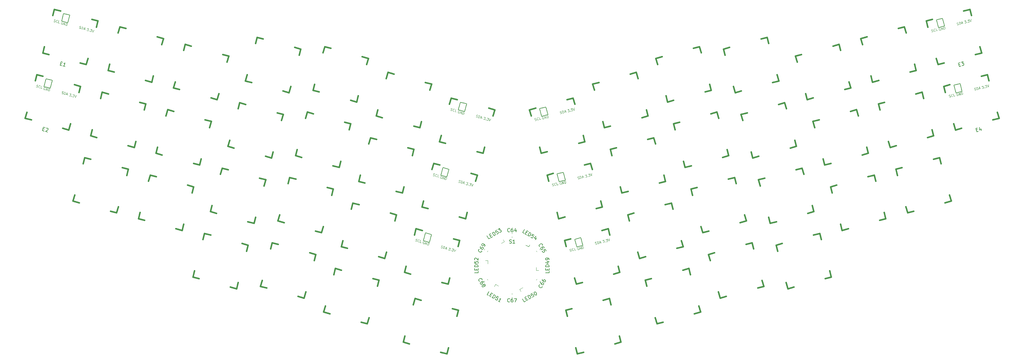
<source format=gbr>
%TF.GenerationSoftware,KiCad,Pcbnew,8.0.6*%
%TF.CreationDate,2024-12-13T19:23:41-05:00*%
%TF.ProjectId,10133,31303133-332e-46b6-9963-61645f706362,rev?*%
%TF.SameCoordinates,Original*%
%TF.FileFunction,Legend,Top*%
%TF.FilePolarity,Positive*%
%FSLAX46Y46*%
G04 Gerber Fmt 4.6, Leading zero omitted, Abs format (unit mm)*
G04 Created by KiCad (PCBNEW 8.0.6) date 2024-12-13 19:23:41*
%MOMM*%
%LPD*%
G01*
G04 APERTURE LIST*
%ADD10C,0.150000*%
%ADD11C,0.100000*%
%ADD12C,0.120000*%
%ADD13C,0.381000*%
G04 APERTURE END LIST*
D10*
X-711904Y-11107200D02*
X-569047Y-11154819D01*
X-569047Y-11154819D02*
X-330952Y-11154819D01*
X-330952Y-11154819D02*
X-235714Y-11107200D01*
X-235714Y-11107200D02*
X-188095Y-11059580D01*
X-188095Y-11059580D02*
X-140476Y-10964342D01*
X-140476Y-10964342D02*
X-140476Y-10869104D01*
X-140476Y-10869104D02*
X-188095Y-10773866D01*
X-188095Y-10773866D02*
X-235714Y-10726247D01*
X-235714Y-10726247D02*
X-330952Y-10678628D01*
X-330952Y-10678628D02*
X-521428Y-10631009D01*
X-521428Y-10631009D02*
X-616666Y-10583390D01*
X-616666Y-10583390D02*
X-664285Y-10535771D01*
X-664285Y-10535771D02*
X-711904Y-10440533D01*
X-711904Y-10440533D02*
X-711904Y-10345295D01*
X-711904Y-10345295D02*
X-664285Y-10250057D01*
X-664285Y-10250057D02*
X-616666Y-10202438D01*
X-616666Y-10202438D02*
X-521428Y-10154819D01*
X-521428Y-10154819D02*
X-283333Y-10154819D01*
X-283333Y-10154819D02*
X-140476Y-10202438D01*
X811904Y-11154819D02*
X240476Y-11154819D01*
X526190Y-11154819D02*
X526190Y-10154819D01*
X526190Y-10154819D02*
X430952Y-10297676D01*
X430952Y-10297676D02*
X335714Y-10392914D01*
X335714Y-10392914D02*
X240476Y-10440533D01*
D11*
X13623754Y25346031D02*
X13722962Y25340077D01*
X13722962Y25340077D02*
X13874750Y25380748D01*
X13874750Y25380748D02*
X13927331Y25427375D01*
X13927331Y25427375D02*
X13949554Y25465867D01*
X13949554Y25465867D02*
X13963644Y25534716D01*
X13963644Y25534716D02*
X13947375Y25595432D01*
X13947375Y25595432D02*
X13900749Y25648013D01*
X13900749Y25648013D02*
X13862257Y25670236D01*
X13862257Y25670236D02*
X13793407Y25684325D01*
X13793407Y25684325D02*
X13663842Y25682145D01*
X13663842Y25682145D02*
X13594992Y25696234D01*
X13594992Y25696234D02*
X13556500Y25718458D01*
X13556500Y25718458D02*
X13509874Y25771039D01*
X13509874Y25771039D02*
X13493605Y25831754D01*
X13493605Y25831754D02*
X13507694Y25900604D01*
X13507694Y25900604D02*
X13529918Y25939096D01*
X13529918Y25939096D02*
X13582499Y25985722D01*
X13582499Y25985722D02*
X13734287Y26026394D01*
X13734287Y26026394D02*
X13833495Y26020439D01*
X14269399Y25486494D02*
X14098579Y26124005D01*
X14098579Y26124005D02*
X14250367Y26164677D01*
X14250367Y26164677D02*
X14349574Y26158722D01*
X14349574Y26158722D02*
X14426558Y26114275D01*
X14426558Y26114275D02*
X14473185Y26061694D01*
X14473185Y26061694D02*
X14536080Y25948398D01*
X14536080Y25948398D02*
X14560483Y25857325D01*
X14560483Y25857325D02*
X14562662Y25727760D01*
X14562662Y25727760D02*
X14548573Y25658910D01*
X14548573Y25658910D02*
X14504126Y25581926D01*
X14504126Y25581926D02*
X14421188Y25527166D01*
X14421188Y25527166D02*
X14269399Y25486494D01*
X14827747Y25831327D02*
X15131324Y25912670D01*
X14815837Y25632912D02*
X14857521Y26327363D01*
X14857521Y26327363D02*
X15240845Y25746792D01*
X15589040Y26471610D02*
X15983689Y26577356D01*
X15983689Y26577356D02*
X15836260Y26277555D01*
X15836260Y26277555D02*
X15927333Y26301957D01*
X15927333Y26301957D02*
X15996183Y26287868D01*
X15996183Y26287868D02*
X16034675Y26265645D01*
X16034675Y26265645D02*
X16081301Y26213064D01*
X16081301Y26213064D02*
X16121973Y26061276D01*
X16121973Y26061276D02*
X16107884Y25992426D01*
X16107884Y25992426D02*
X16085660Y25953934D01*
X16085660Y25953934D02*
X16033079Y25907308D01*
X16033079Y25907308D02*
X15850933Y25858502D01*
X15850933Y25858502D02*
X15782084Y25872591D01*
X15782084Y25872591D02*
X15743592Y25894814D01*
X16411460Y26073769D02*
X16449952Y26051546D01*
X16449952Y26051546D02*
X16427728Y26013054D01*
X16427728Y26013054D02*
X16389236Y26035277D01*
X16389236Y26035277D02*
X16411460Y26073769D01*
X16411460Y26073769D02*
X16427728Y26013054D01*
X16499770Y26715639D02*
X16894419Y26821385D01*
X16894419Y26821385D02*
X16746990Y26521584D01*
X16746990Y26521584D02*
X16838063Y26545987D01*
X16838063Y26545987D02*
X16906913Y26531898D01*
X16906913Y26531898D02*
X16945405Y26509674D01*
X16945405Y26509674D02*
X16992031Y26457093D01*
X16992031Y26457093D02*
X17032703Y26305305D01*
X17032703Y26305305D02*
X17018613Y26236455D01*
X17018613Y26236455D02*
X16996390Y26197963D01*
X16996390Y26197963D02*
X16943809Y26151337D01*
X16943809Y26151337D02*
X16761663Y26102531D01*
X16761663Y26102531D02*
X16692813Y26116620D01*
X16692813Y26116620D02*
X16654321Y26138844D01*
X17076565Y26870191D02*
X17459889Y26289620D01*
X17459889Y26289620D02*
X17501572Y26984072D01*
X6467800Y23376837D02*
X6567007Y23370882D01*
X6567007Y23370882D02*
X6718796Y23411553D01*
X6718796Y23411553D02*
X6771377Y23458180D01*
X6771377Y23458180D02*
X6793600Y23496672D01*
X6793600Y23496672D02*
X6807689Y23565521D01*
X6807689Y23565521D02*
X6791420Y23626237D01*
X6791420Y23626237D02*
X6744794Y23678818D01*
X6744794Y23678818D02*
X6706302Y23701041D01*
X6706302Y23701041D02*
X6637453Y23715130D01*
X6637453Y23715130D02*
X6507888Y23712950D01*
X6507888Y23712950D02*
X6439038Y23727040D01*
X6439038Y23727040D02*
X6400546Y23749263D01*
X6400546Y23749263D02*
X6353920Y23801844D01*
X6353920Y23801844D02*
X6337651Y23862559D01*
X6337651Y23862559D02*
X6351740Y23931409D01*
X6351740Y23931409D02*
X6373963Y23969901D01*
X6373963Y23969901D02*
X6426544Y24016527D01*
X6426544Y24016527D02*
X6578333Y24057199D01*
X6578333Y24057199D02*
X6677540Y24051244D01*
X7461468Y23675626D02*
X7439245Y23637134D01*
X7439245Y23637134D02*
X7356306Y23582374D01*
X7356306Y23582374D02*
X7295591Y23566105D01*
X7295591Y23566105D02*
X7196384Y23572060D01*
X7196384Y23572060D02*
X7119400Y23616507D01*
X7119400Y23616507D02*
X7072773Y23669088D01*
X7072773Y23669088D02*
X7009878Y23782384D01*
X7009878Y23782384D02*
X6985476Y23873457D01*
X6985476Y23873457D02*
X6983296Y24003022D01*
X6983296Y24003022D02*
X6997385Y24071872D01*
X6997385Y24071872D02*
X7041832Y24148856D01*
X7041832Y24148856D02*
X7124770Y24203616D01*
X7124770Y24203616D02*
X7185486Y24219885D01*
X7185486Y24219885D02*
X7284693Y24213930D01*
X7284693Y24213930D02*
X7323185Y24191707D01*
X8054533Y23769463D02*
X7750956Y23688120D01*
X7750956Y23688120D02*
X7580135Y24325631D01*
X8786549Y24461059D02*
X8717699Y24475148D01*
X8717699Y24475148D02*
X8626626Y24450745D01*
X8626626Y24450745D02*
X8543687Y24395985D01*
X8543687Y24395985D02*
X8499241Y24319001D01*
X8499241Y24319001D02*
X8485152Y24250151D01*
X8485152Y24250151D02*
X8487331Y24120586D01*
X8487331Y24120586D02*
X8511734Y24029513D01*
X8511734Y24029513D02*
X8574629Y23916217D01*
X8574629Y23916217D02*
X8621255Y23863636D01*
X8621255Y23863636D02*
X8698239Y23819189D01*
X8698239Y23819189D02*
X8797447Y23813234D01*
X8797447Y23813234D02*
X8858162Y23829503D01*
X8858162Y23829503D02*
X8941101Y23884263D01*
X8941101Y23884263D02*
X8963324Y23922755D01*
X8963324Y23922755D02*
X8906384Y24135259D01*
X8906384Y24135259D02*
X8784953Y24102722D01*
X9252812Y23935249D02*
X9081991Y24572760D01*
X9081991Y24572760D02*
X9617104Y24032861D01*
X9617104Y24032861D02*
X9446283Y24670372D01*
X9920681Y24114204D02*
X9749860Y24751715D01*
X9749860Y24751715D02*
X9901649Y24792386D01*
X9901649Y24792386D02*
X10000856Y24786432D01*
X10000856Y24786432D02*
X10077840Y24741985D01*
X10077840Y24741985D02*
X10124466Y24689404D01*
X10124466Y24689404D02*
X10187361Y24576108D01*
X10187361Y24576108D02*
X10211764Y24485035D01*
X10211764Y24485035D02*
X10213944Y24355470D01*
X10213944Y24355470D02*
X10199855Y24286620D01*
X10199855Y24286620D02*
X10155408Y24209636D01*
X10155408Y24209636D02*
X10072469Y24154875D01*
X10072469Y24154875D02*
X9920681Y24114204D01*
D10*
X-642857Y-7859580D02*
X-690476Y-7907200D01*
X-690476Y-7907200D02*
X-833333Y-7954819D01*
X-833333Y-7954819D02*
X-928571Y-7954819D01*
X-928571Y-7954819D02*
X-1071428Y-7907200D01*
X-1071428Y-7907200D02*
X-1166666Y-7811961D01*
X-1166666Y-7811961D02*
X-1214285Y-7716723D01*
X-1214285Y-7716723D02*
X-1261904Y-7526247D01*
X-1261904Y-7526247D02*
X-1261904Y-7383390D01*
X-1261904Y-7383390D02*
X-1214285Y-7192914D01*
X-1214285Y-7192914D02*
X-1166666Y-7097676D01*
X-1166666Y-7097676D02*
X-1071428Y-7002438D01*
X-1071428Y-7002438D02*
X-928571Y-6954819D01*
X-928571Y-6954819D02*
X-833333Y-6954819D01*
X-833333Y-6954819D02*
X-690476Y-7002438D01*
X-690476Y-7002438D02*
X-642857Y-7050057D01*
X214285Y-6954819D02*
X23809Y-6954819D01*
X23809Y-6954819D02*
X-71428Y-7002438D01*
X-71428Y-7002438D02*
X-119047Y-7050057D01*
X-119047Y-7050057D02*
X-214285Y-7192914D01*
X-214285Y-7192914D02*
X-261904Y-7383390D01*
X-261904Y-7383390D02*
X-261904Y-7764342D01*
X-261904Y-7764342D02*
X-214285Y-7859580D01*
X-214285Y-7859580D02*
X-166666Y-7907200D01*
X-166666Y-7907200D02*
X-71428Y-7954819D01*
X-71428Y-7954819D02*
X119047Y-7954819D01*
X119047Y-7954819D02*
X214285Y-7907200D01*
X214285Y-7907200D02*
X261904Y-7859580D01*
X261904Y-7859580D02*
X309523Y-7764342D01*
X309523Y-7764342D02*
X309523Y-7526247D01*
X309523Y-7526247D02*
X261904Y-7431009D01*
X261904Y-7431009D02*
X214285Y-7383390D01*
X214285Y-7383390D02*
X119047Y-7335771D01*
X119047Y-7335771D02*
X-71428Y-7335771D01*
X-71428Y-7335771D02*
X-166666Y-7383390D01*
X-166666Y-7383390D02*
X-214285Y-7431009D01*
X-214285Y-7431009D02*
X-261904Y-7526247D01*
X1166666Y-7288152D02*
X1166666Y-7954819D01*
X928571Y-6907200D02*
X690476Y-7621485D01*
X690476Y-7621485D02*
X1309523Y-7621485D01*
X-131954626Y21076921D02*
X-131632651Y20990648D01*
X-131630233Y20447713D02*
X-132090198Y20570960D01*
X-132090198Y20570960D02*
X-131831379Y21536886D01*
X-131831379Y21536886D02*
X-131371414Y21413639D01*
X-131028092Y21223048D02*
X-130969770Y21256720D01*
X-130969770Y21256720D02*
X-130865453Y21278067D01*
X-130865453Y21278067D02*
X-130635470Y21216443D01*
X-130635470Y21216443D02*
X-130555802Y21145798D01*
X-130555802Y21145798D02*
X-130522130Y21087476D01*
X-130522130Y21087476D02*
X-130500783Y20983159D01*
X-130500783Y20983159D02*
X-130525433Y20891166D01*
X-130525433Y20891166D02*
X-130608403Y20765501D01*
X-130608403Y20765501D02*
X-131308258Y20361440D01*
X-131308258Y20361440D02*
X-130710304Y20201219D01*
X3391072Y-8346265D02*
X2978679Y-8108170D01*
X2978679Y-8108170D02*
X3478679Y-7242145D01*
X3941652Y-8059300D02*
X4230327Y-8225966D01*
X4092140Y-8751027D02*
X3679747Y-8512932D01*
X3679747Y-8512932D02*
X4179747Y-7646907D01*
X4179747Y-7646907D02*
X4592140Y-7885002D01*
X4463294Y-8965313D02*
X4963294Y-8099288D01*
X4963294Y-8099288D02*
X5169491Y-8218335D01*
X5169491Y-8218335D02*
X5269399Y-8331003D01*
X5269399Y-8331003D02*
X5304259Y-8461101D01*
X5304259Y-8461101D02*
X5297879Y-8567389D01*
X5297879Y-8567389D02*
X5243880Y-8756156D01*
X5243880Y-8756156D02*
X5172452Y-8879874D01*
X5172452Y-8879874D02*
X5035974Y-9021021D01*
X5035974Y-9021021D02*
X4947116Y-9079690D01*
X4947116Y-9079690D02*
X4817018Y-9114550D01*
X4817018Y-9114550D02*
X4669491Y-9084361D01*
X4669491Y-9084361D02*
X4463294Y-8965313D01*
X6241713Y-8837383D02*
X5829320Y-8599288D01*
X5829320Y-8599288D02*
X5549985Y-8987871D01*
X5549985Y-8987871D02*
X5615034Y-8970441D01*
X5615034Y-8970441D02*
X5721322Y-8976821D01*
X5721322Y-8976821D02*
X5927519Y-9095869D01*
X5927519Y-9095869D02*
X5986188Y-9184727D01*
X5986188Y-9184727D02*
X6003617Y-9249776D01*
X6003617Y-9249776D02*
X5997238Y-9356064D01*
X5997238Y-9356064D02*
X5878190Y-9562261D01*
X5878190Y-9562261D02*
X5789332Y-9620930D01*
X5789332Y-9620930D02*
X5724283Y-9638359D01*
X5724283Y-9638359D02*
X5617995Y-9631980D01*
X5617995Y-9631980D02*
X5411798Y-9512932D01*
X5411798Y-9512932D02*
X5353129Y-9424074D01*
X5353129Y-9424074D02*
X5335699Y-9359025D01*
X6858593Y-9578439D02*
X6525260Y-10155789D01*
X6842873Y-9129477D02*
X6279533Y-9629019D01*
X6279533Y-9629019D02*
X6815644Y-9938543D01*
X-9545180Y-18992238D02*
X-9545180Y-19468428D01*
X-9545180Y-19468428D02*
X-10545180Y-19468428D01*
X-10068990Y-18658904D02*
X-10068990Y-18325571D01*
X-9545180Y-18182714D02*
X-9545180Y-18658904D01*
X-9545180Y-18658904D02*
X-10545180Y-18658904D01*
X-10545180Y-18658904D02*
X-10545180Y-18182714D01*
X-9545180Y-17754142D02*
X-10545180Y-17754142D01*
X-10545180Y-17754142D02*
X-10545180Y-17516047D01*
X-10545180Y-17516047D02*
X-10497561Y-17373190D01*
X-10497561Y-17373190D02*
X-10402323Y-17277952D01*
X-10402323Y-17277952D02*
X-10307085Y-17230333D01*
X-10307085Y-17230333D02*
X-10116609Y-17182714D01*
X-10116609Y-17182714D02*
X-9973752Y-17182714D01*
X-9973752Y-17182714D02*
X-9783276Y-17230333D01*
X-9783276Y-17230333D02*
X-9688038Y-17277952D01*
X-9688038Y-17277952D02*
X-9592800Y-17373190D01*
X-9592800Y-17373190D02*
X-9545180Y-17516047D01*
X-9545180Y-17516047D02*
X-9545180Y-17754142D01*
X-10545180Y-16277952D02*
X-10545180Y-16754142D01*
X-10545180Y-16754142D02*
X-10068990Y-16801761D01*
X-10068990Y-16801761D02*
X-10116609Y-16754142D01*
X-10116609Y-16754142D02*
X-10164228Y-16658904D01*
X-10164228Y-16658904D02*
X-10164228Y-16420809D01*
X-10164228Y-16420809D02*
X-10116609Y-16325571D01*
X-10116609Y-16325571D02*
X-10068990Y-16277952D01*
X-10068990Y-16277952D02*
X-9973752Y-16230333D01*
X-9973752Y-16230333D02*
X-9735657Y-16230333D01*
X-9735657Y-16230333D02*
X-9640419Y-16277952D01*
X-9640419Y-16277952D02*
X-9592800Y-16325571D01*
X-9592800Y-16325571D02*
X-9545180Y-16420809D01*
X-9545180Y-16420809D02*
X-9545180Y-16658904D01*
X-9545180Y-16658904D02*
X-9592800Y-16754142D01*
X-9592800Y-16754142D02*
X-9640419Y-16801761D01*
X-10449942Y-15849380D02*
X-10497561Y-15801761D01*
X-10497561Y-15801761D02*
X-10545180Y-15706523D01*
X-10545180Y-15706523D02*
X-10545180Y-15468428D01*
X-10545180Y-15468428D02*
X-10497561Y-15373190D01*
X-10497561Y-15373190D02*
X-10449942Y-15325571D01*
X-10449942Y-15325571D02*
X-10354704Y-15277952D01*
X-10354704Y-15277952D02*
X-10259466Y-15277952D01*
X-10259466Y-15277952D02*
X-10116609Y-15325571D01*
X-10116609Y-15325571D02*
X-9545180Y-15896999D01*
X-9545180Y-15896999D02*
X-9545180Y-15277952D01*
D11*
X132157784Y33053534D02*
X132552433Y33159280D01*
X132552433Y33159280D02*
X132405004Y32859479D01*
X132405004Y32859479D02*
X132496077Y32883881D01*
X132496077Y32883881D02*
X132564927Y32869792D01*
X132564927Y32869792D02*
X132603419Y32847569D01*
X132603419Y32847569D02*
X132650045Y32794988D01*
X132650045Y32794988D02*
X132690717Y32643200D01*
X132690717Y32643200D02*
X132676628Y32574350D01*
X132676628Y32574350D02*
X132654404Y32535858D01*
X132654404Y32535858D02*
X132601823Y32489232D01*
X132601823Y32489232D02*
X132419677Y32440426D01*
X132419677Y32440426D02*
X132350828Y32454515D01*
X132350828Y32454515D02*
X132312336Y32476738D01*
X132980204Y32655693D02*
X133018696Y32633470D01*
X133018696Y32633470D02*
X132996472Y32594978D01*
X132996472Y32594978D02*
X132957980Y32617201D01*
X132957980Y32617201D02*
X132980204Y32655693D01*
X132980204Y32655693D02*
X132996472Y32594978D01*
X133068514Y33297563D02*
X133463163Y33403309D01*
X133463163Y33403309D02*
X133315734Y33103508D01*
X133315734Y33103508D02*
X133406807Y33127911D01*
X133406807Y33127911D02*
X133475657Y33113822D01*
X133475657Y33113822D02*
X133514149Y33091598D01*
X133514149Y33091598D02*
X133560775Y33039017D01*
X133560775Y33039017D02*
X133601447Y32887229D01*
X133601447Y32887229D02*
X133587357Y32818379D01*
X133587357Y32818379D02*
X133565134Y32779887D01*
X133565134Y32779887D02*
X133512553Y32733261D01*
X133512553Y32733261D02*
X133330407Y32684455D01*
X133330407Y32684455D02*
X133261557Y32698544D01*
X133261557Y32698544D02*
X133223065Y32720768D01*
X133645309Y33452115D02*
X134028633Y32871544D01*
X134028633Y32871544D02*
X134070316Y33565996D01*
X123036544Y29958761D02*
X123135751Y29952806D01*
X123135751Y29952806D02*
X123287540Y29993477D01*
X123287540Y29993477D02*
X123340121Y30040104D01*
X123340121Y30040104D02*
X123362344Y30078596D01*
X123362344Y30078596D02*
X123376433Y30147445D01*
X123376433Y30147445D02*
X123360164Y30208161D01*
X123360164Y30208161D02*
X123313538Y30260742D01*
X123313538Y30260742D02*
X123275046Y30282965D01*
X123275046Y30282965D02*
X123206197Y30297054D01*
X123206197Y30297054D02*
X123076632Y30294874D01*
X123076632Y30294874D02*
X123007782Y30308964D01*
X123007782Y30308964D02*
X122969290Y30331187D01*
X122969290Y30331187D02*
X122922664Y30383768D01*
X122922664Y30383768D02*
X122906395Y30444483D01*
X122906395Y30444483D02*
X122920484Y30513333D01*
X122920484Y30513333D02*
X122942707Y30551825D01*
X122942707Y30551825D02*
X122995288Y30598451D01*
X122995288Y30598451D02*
X123147077Y30639123D01*
X123147077Y30639123D02*
X123246284Y30633168D01*
X124030212Y30257550D02*
X124007989Y30219058D01*
X124007989Y30219058D02*
X123925050Y30164298D01*
X123925050Y30164298D02*
X123864335Y30148029D01*
X123864335Y30148029D02*
X123765128Y30153984D01*
X123765128Y30153984D02*
X123688144Y30198431D01*
X123688144Y30198431D02*
X123641517Y30251012D01*
X123641517Y30251012D02*
X123578622Y30364308D01*
X123578622Y30364308D02*
X123554220Y30455381D01*
X123554220Y30455381D02*
X123552040Y30584946D01*
X123552040Y30584946D02*
X123566129Y30653796D01*
X123566129Y30653796D02*
X123610576Y30730780D01*
X123610576Y30730780D02*
X123693514Y30785540D01*
X123693514Y30785540D02*
X123754230Y30801809D01*
X123754230Y30801809D02*
X123853437Y30795854D01*
X123853437Y30795854D02*
X123891929Y30773631D01*
X124623277Y30351387D02*
X124319700Y30270044D01*
X124319700Y30270044D02*
X124148879Y30907555D01*
X130192498Y31927955D02*
X130291706Y31922001D01*
X130291706Y31922001D02*
X130443494Y31962672D01*
X130443494Y31962672D02*
X130496075Y32009299D01*
X130496075Y32009299D02*
X130518298Y32047791D01*
X130518298Y32047791D02*
X130532388Y32116640D01*
X130532388Y32116640D02*
X130516119Y32177356D01*
X130516119Y32177356D02*
X130469493Y32229937D01*
X130469493Y32229937D02*
X130431001Y32252160D01*
X130431001Y32252160D02*
X130362151Y32266249D01*
X130362151Y32266249D02*
X130232586Y32264069D01*
X130232586Y32264069D02*
X130163736Y32278158D01*
X130163736Y32278158D02*
X130125244Y32300382D01*
X130125244Y32300382D02*
X130078618Y32352963D01*
X130078618Y32352963D02*
X130062349Y32413678D01*
X130062349Y32413678D02*
X130076438Y32482528D01*
X130076438Y32482528D02*
X130098662Y32521020D01*
X130098662Y32521020D02*
X130151243Y32567646D01*
X130151243Y32567646D02*
X130303031Y32608318D01*
X130303031Y32608318D02*
X130402239Y32602363D01*
X130838143Y32068418D02*
X130667323Y32705929D01*
X130667323Y32705929D02*
X130819111Y32746601D01*
X130819111Y32746601D02*
X130918318Y32740646D01*
X130918318Y32740646D02*
X130995302Y32696199D01*
X130995302Y32696199D02*
X131041929Y32643618D01*
X131041929Y32643618D02*
X131104824Y32530322D01*
X131104824Y32530322D02*
X131129227Y32439249D01*
X131129227Y32439249D02*
X131131406Y32309684D01*
X131131406Y32309684D02*
X131117317Y32240834D01*
X131117317Y32240834D02*
X131072870Y32163850D01*
X131072870Y32163850D02*
X130989932Y32109090D01*
X130989932Y32109090D02*
X130838143Y32068418D01*
X131396491Y32413251D02*
X131700068Y32494594D01*
X131384581Y32214836D02*
X131426265Y32909287D01*
X131426265Y32909287D02*
X131809589Y32328716D01*
X125355293Y31042983D02*
X125286443Y31057072D01*
X125286443Y31057072D02*
X125195370Y31032669D01*
X125195370Y31032669D02*
X125112431Y30977909D01*
X125112431Y30977909D02*
X125067985Y30900925D01*
X125067985Y30900925D02*
X125053896Y30832075D01*
X125053896Y30832075D02*
X125056075Y30702510D01*
X125056075Y30702510D02*
X125080478Y30611437D01*
X125080478Y30611437D02*
X125143373Y30498141D01*
X125143373Y30498141D02*
X125189999Y30445560D01*
X125189999Y30445560D02*
X125266983Y30401113D01*
X125266983Y30401113D02*
X125366191Y30395158D01*
X125366191Y30395158D02*
X125426906Y30411427D01*
X125426906Y30411427D02*
X125509845Y30466187D01*
X125509845Y30466187D02*
X125532068Y30504679D01*
X125532068Y30504679D02*
X125475128Y30717183D01*
X125475128Y30717183D02*
X125353697Y30684646D01*
X125821556Y30517173D02*
X125650735Y31154684D01*
X125650735Y31154684D02*
X126185848Y30614785D01*
X126185848Y30614785D02*
X126015027Y31252296D01*
X126489425Y30696128D02*
X126318604Y31333639D01*
X126318604Y31333639D02*
X126470393Y31374310D01*
X126470393Y31374310D02*
X126569600Y31368356D01*
X126569600Y31368356D02*
X126646584Y31323909D01*
X126646584Y31323909D02*
X126693210Y31271328D01*
X126693210Y31271328D02*
X126756105Y31158032D01*
X126756105Y31158032D02*
X126780508Y31066959D01*
X126780508Y31066959D02*
X126782688Y30937394D01*
X126782688Y30937394D02*
X126768599Y30868544D01*
X126768599Y30868544D02*
X126724152Y30791560D01*
X126724152Y30791560D02*
X126641213Y30736799D01*
X126641213Y30736799D02*
X126489425Y30696128D01*
D10*
X-8510022Y-13236521D02*
X-8492592Y-13301569D01*
X-8492592Y-13301569D02*
X-8522781Y-13449097D01*
X-8522781Y-13449097D02*
X-8570400Y-13531576D01*
X-8570400Y-13531576D02*
X-8683068Y-13631484D01*
X-8683068Y-13631484D02*
X-8813166Y-13666343D01*
X-8813166Y-13666343D02*
X-8919454Y-13659964D01*
X-8919454Y-13659964D02*
X-9108221Y-13605965D01*
X-9108221Y-13605965D02*
X-9231939Y-13534536D01*
X-9231939Y-13534536D02*
X-9373086Y-13398059D01*
X-9373086Y-13398059D02*
X-9431755Y-13309201D01*
X-9431755Y-13309201D02*
X-9466615Y-13179103D01*
X-9466615Y-13179103D02*
X-9436426Y-13031576D01*
X-9436426Y-13031576D02*
X-9388807Y-12949097D01*
X-9388807Y-12949097D02*
X-9276139Y-12849189D01*
X-9276139Y-12849189D02*
X-9211090Y-12831759D01*
X-8864997Y-12041832D02*
X-8960235Y-12206789D01*
X-8960235Y-12206789D02*
X-8966615Y-12313078D01*
X-8966615Y-12313078D02*
X-8949185Y-12378126D01*
X-8949185Y-12378126D02*
X-8873086Y-12532034D01*
X-8873086Y-12532034D02*
X-8731939Y-12668511D01*
X-8731939Y-12668511D02*
X-8402024Y-12858987D01*
X-8402024Y-12858987D02*
X-8295736Y-12865367D01*
X-8295736Y-12865367D02*
X-8230687Y-12847937D01*
X-8230687Y-12847937D02*
X-8141829Y-12789268D01*
X-8141829Y-12789268D02*
X-8046591Y-12624311D01*
X-8046591Y-12624311D02*
X-8040211Y-12518023D01*
X-8040211Y-12518023D02*
X-8057641Y-12452974D01*
X-8057641Y-12452974D02*
X-8116310Y-12364115D01*
X-8116310Y-12364115D02*
X-8322507Y-12245068D01*
X-8322507Y-12245068D02*
X-8428795Y-12238688D01*
X-8428795Y-12238688D02*
X-8493843Y-12256118D01*
X-8493843Y-12256118D02*
X-8582702Y-12314787D01*
X-8582702Y-12314787D02*
X-8677940Y-12479744D01*
X-8677940Y-12479744D02*
X-8684320Y-12586032D01*
X-8684320Y-12586032D02*
X-8666890Y-12651081D01*
X-8666890Y-12651081D02*
X-8608221Y-12739940D01*
X-7713258Y-12046960D02*
X-7618019Y-11882003D01*
X-7618019Y-11882003D02*
X-7611640Y-11775715D01*
X-7611640Y-11775715D02*
X-7629069Y-11710666D01*
X-7629069Y-11710666D02*
X-7705168Y-11556759D01*
X-7705168Y-11556759D02*
X-7846316Y-11420282D01*
X-7846316Y-11420282D02*
X-8176230Y-11229806D01*
X-8176230Y-11229806D02*
X-8282519Y-11223426D01*
X-8282519Y-11223426D02*
X-8347567Y-11240856D01*
X-8347567Y-11240856D02*
X-8436426Y-11299525D01*
X-8436426Y-11299525D02*
X-8531664Y-11464482D01*
X-8531664Y-11464482D02*
X-8538044Y-11570770D01*
X-8538044Y-11570770D02*
X-8520614Y-11635819D01*
X-8520614Y-11635819D02*
X-8461945Y-11724677D01*
X-8461945Y-11724677D02*
X-8255748Y-11843725D01*
X-8255748Y-11843725D02*
X-8149460Y-11850105D01*
X-8149460Y-11850105D02*
X-8084411Y-11832675D01*
X-8084411Y-11832675D02*
X-7995553Y-11774006D01*
X-7995553Y-11774006D02*
X-7900315Y-11609048D01*
X-7900315Y-11609048D02*
X-7893935Y-11502760D01*
X-7893935Y-11502760D02*
X-7911365Y-11437712D01*
X-7911365Y-11437712D02*
X-7970034Y-11348853D01*
D11*
X13717063Y6060125D02*
X13648213Y6074214D01*
X13648213Y6074214D02*
X13557140Y6049811D01*
X13557140Y6049811D02*
X13474201Y5995051D01*
X13474201Y5995051D02*
X13429755Y5918067D01*
X13429755Y5918067D02*
X13415666Y5849217D01*
X13415666Y5849217D02*
X13417845Y5719652D01*
X13417845Y5719652D02*
X13442248Y5628579D01*
X13442248Y5628579D02*
X13505143Y5515283D01*
X13505143Y5515283D02*
X13551769Y5462702D01*
X13551769Y5462702D02*
X13628753Y5418255D01*
X13628753Y5418255D02*
X13727961Y5412300D01*
X13727961Y5412300D02*
X13788676Y5428569D01*
X13788676Y5428569D02*
X13871615Y5483329D01*
X13871615Y5483329D02*
X13893838Y5521821D01*
X13893838Y5521821D02*
X13836898Y5734325D01*
X13836898Y5734325D02*
X13715467Y5701788D01*
X14183326Y5534315D02*
X14012505Y6171826D01*
X14012505Y6171826D02*
X14547618Y5631927D01*
X14547618Y5631927D02*
X14376797Y6269438D01*
X14851195Y5713270D02*
X14680374Y6350781D01*
X14680374Y6350781D02*
X14832163Y6391452D01*
X14832163Y6391452D02*
X14931370Y6385498D01*
X14931370Y6385498D02*
X15008354Y6341051D01*
X15008354Y6341051D02*
X15054980Y6288470D01*
X15054980Y6288470D02*
X15117875Y6175174D01*
X15117875Y6175174D02*
X15142278Y6084101D01*
X15142278Y6084101D02*
X15144458Y5954536D01*
X15144458Y5954536D02*
X15130369Y5885686D01*
X15130369Y5885686D02*
X15085922Y5808702D01*
X15085922Y5808702D02*
X15002983Y5753941D01*
X15002983Y5753941D02*
X14851195Y5713270D01*
X18554268Y6945097D02*
X18653476Y6939143D01*
X18653476Y6939143D02*
X18805264Y6979814D01*
X18805264Y6979814D02*
X18857845Y7026441D01*
X18857845Y7026441D02*
X18880068Y7064933D01*
X18880068Y7064933D02*
X18894158Y7133782D01*
X18894158Y7133782D02*
X18877889Y7194498D01*
X18877889Y7194498D02*
X18831263Y7247079D01*
X18831263Y7247079D02*
X18792771Y7269302D01*
X18792771Y7269302D02*
X18723921Y7283391D01*
X18723921Y7283391D02*
X18594356Y7281211D01*
X18594356Y7281211D02*
X18525506Y7295300D01*
X18525506Y7295300D02*
X18487014Y7317524D01*
X18487014Y7317524D02*
X18440388Y7370105D01*
X18440388Y7370105D02*
X18424119Y7430820D01*
X18424119Y7430820D02*
X18438208Y7499670D01*
X18438208Y7499670D02*
X18460432Y7538162D01*
X18460432Y7538162D02*
X18513013Y7584788D01*
X18513013Y7584788D02*
X18664801Y7625460D01*
X18664801Y7625460D02*
X18764009Y7619505D01*
X19199913Y7085560D02*
X19029093Y7723071D01*
X19029093Y7723071D02*
X19180881Y7763743D01*
X19180881Y7763743D02*
X19280088Y7757788D01*
X19280088Y7757788D02*
X19357072Y7713341D01*
X19357072Y7713341D02*
X19403699Y7660760D01*
X19403699Y7660760D02*
X19466594Y7547464D01*
X19466594Y7547464D02*
X19490997Y7456391D01*
X19490997Y7456391D02*
X19493176Y7326826D01*
X19493176Y7326826D02*
X19479087Y7257976D01*
X19479087Y7257976D02*
X19434640Y7180992D01*
X19434640Y7180992D02*
X19351702Y7126232D01*
X19351702Y7126232D02*
X19199913Y7085560D01*
X19758261Y7430393D02*
X20061838Y7511736D01*
X19746351Y7231978D02*
X19788035Y7926429D01*
X19788035Y7926429D02*
X20171359Y7345858D01*
X20519554Y8070676D02*
X20914203Y8176422D01*
X20914203Y8176422D02*
X20766774Y7876621D01*
X20766774Y7876621D02*
X20857847Y7901023D01*
X20857847Y7901023D02*
X20926697Y7886934D01*
X20926697Y7886934D02*
X20965189Y7864711D01*
X20965189Y7864711D02*
X21011815Y7812130D01*
X21011815Y7812130D02*
X21052487Y7660342D01*
X21052487Y7660342D02*
X21038398Y7591492D01*
X21038398Y7591492D02*
X21016174Y7553000D01*
X21016174Y7553000D02*
X20963593Y7506374D01*
X20963593Y7506374D02*
X20781447Y7457568D01*
X20781447Y7457568D02*
X20712598Y7471657D01*
X20712598Y7471657D02*
X20674106Y7493880D01*
X21341974Y7672835D02*
X21380466Y7650612D01*
X21380466Y7650612D02*
X21358242Y7612120D01*
X21358242Y7612120D02*
X21319750Y7634343D01*
X21319750Y7634343D02*
X21341974Y7672835D01*
X21341974Y7672835D02*
X21358242Y7612120D01*
X21430284Y8314705D02*
X21824933Y8420451D01*
X21824933Y8420451D02*
X21677504Y8120650D01*
X21677504Y8120650D02*
X21768577Y8145053D01*
X21768577Y8145053D02*
X21837427Y8130964D01*
X21837427Y8130964D02*
X21875919Y8108740D01*
X21875919Y8108740D02*
X21922545Y8056159D01*
X21922545Y8056159D02*
X21963217Y7904371D01*
X21963217Y7904371D02*
X21949127Y7835521D01*
X21949127Y7835521D02*
X21926904Y7797029D01*
X21926904Y7797029D02*
X21874323Y7750403D01*
X21874323Y7750403D02*
X21692177Y7701597D01*
X21692177Y7701597D02*
X21623327Y7715686D01*
X21623327Y7715686D02*
X21584835Y7737910D01*
X22007079Y8469257D02*
X22390403Y7888686D01*
X22390403Y7888686D02*
X22432086Y8583138D01*
X11398314Y4975903D02*
X11497521Y4969948D01*
X11497521Y4969948D02*
X11649310Y5010619D01*
X11649310Y5010619D02*
X11701891Y5057246D01*
X11701891Y5057246D02*
X11724114Y5095738D01*
X11724114Y5095738D02*
X11738203Y5164587D01*
X11738203Y5164587D02*
X11721934Y5225303D01*
X11721934Y5225303D02*
X11675308Y5277884D01*
X11675308Y5277884D02*
X11636816Y5300107D01*
X11636816Y5300107D02*
X11567967Y5314196D01*
X11567967Y5314196D02*
X11438402Y5312016D01*
X11438402Y5312016D02*
X11369552Y5326106D01*
X11369552Y5326106D02*
X11331060Y5348329D01*
X11331060Y5348329D02*
X11284434Y5400910D01*
X11284434Y5400910D02*
X11268165Y5461625D01*
X11268165Y5461625D02*
X11282254Y5530475D01*
X11282254Y5530475D02*
X11304477Y5568967D01*
X11304477Y5568967D02*
X11357058Y5615593D01*
X11357058Y5615593D02*
X11508847Y5656265D01*
X11508847Y5656265D02*
X11608054Y5650310D01*
X12391982Y5274692D02*
X12369759Y5236200D01*
X12369759Y5236200D02*
X12286820Y5181440D01*
X12286820Y5181440D02*
X12226105Y5165171D01*
X12226105Y5165171D02*
X12126898Y5171126D01*
X12126898Y5171126D02*
X12049914Y5215573D01*
X12049914Y5215573D02*
X12003287Y5268154D01*
X12003287Y5268154D02*
X11940392Y5381450D01*
X11940392Y5381450D02*
X11915990Y5472523D01*
X11915990Y5472523D02*
X11913810Y5602088D01*
X11913810Y5602088D02*
X11927899Y5670938D01*
X11927899Y5670938D02*
X11972346Y5747922D01*
X11972346Y5747922D02*
X12055284Y5802682D01*
X12055284Y5802682D02*
X12116000Y5818951D01*
X12116000Y5818951D02*
X12215207Y5812996D01*
X12215207Y5812996D02*
X12253699Y5790773D01*
X12985047Y5368529D02*
X12681470Y5287186D01*
X12681470Y5287186D02*
X12510649Y5924697D01*
D10*
X-6154107Y-9691503D02*
X-6566500Y-9929599D01*
X-6566500Y-9929599D02*
X-7066500Y-9063573D01*
X-6127336Y-9071204D02*
X-5838661Y-8904538D01*
X-5453039Y-9286741D02*
X-5865432Y-9524837D01*
X-5865432Y-9524837D02*
X-6365432Y-8658811D01*
X-6365432Y-8658811D02*
X-5953039Y-8420716D01*
X-5081885Y-9072456D02*
X-5581885Y-8206430D01*
X-5581885Y-8206430D02*
X-5375688Y-8087383D01*
X-5375688Y-8087383D02*
X-5228161Y-8057193D01*
X-5228161Y-8057193D02*
X-5098063Y-8092053D01*
X-5098063Y-8092053D02*
X-5009205Y-8150722D01*
X-5009205Y-8150722D02*
X-4872727Y-8291870D01*
X-4872727Y-8291870D02*
X-4801299Y-8415588D01*
X-4801299Y-8415588D02*
X-4747300Y-8604354D01*
X-4747300Y-8604354D02*
X-4740920Y-8710643D01*
X-4740920Y-8710643D02*
X-4775780Y-8840740D01*
X-4775780Y-8840740D02*
X-4875688Y-8953408D01*
X-4875688Y-8953408D02*
X-5081885Y-9072456D01*
X-4303466Y-7468335D02*
X-4715859Y-7706430D01*
X-4715859Y-7706430D02*
X-4519003Y-8142633D01*
X-4519003Y-8142633D02*
X-4501574Y-8077584D01*
X-4501574Y-8077584D02*
X-4442904Y-7988726D01*
X-4442904Y-7988726D02*
X-4236708Y-7869678D01*
X-4236708Y-7869678D02*
X-4130420Y-7863298D01*
X-4130420Y-7863298D02*
X-4065371Y-7880728D01*
X-4065371Y-7880728D02*
X-3976513Y-7939397D01*
X-3976513Y-7939397D02*
X-3857465Y-8145594D01*
X-3857465Y-8145594D02*
X-3851085Y-8251882D01*
X-3851085Y-8251882D02*
X-3868515Y-8316931D01*
X-3868515Y-8316931D02*
X-3927184Y-8405789D01*
X-3927184Y-8405789D02*
X-4133381Y-8524837D01*
X-4133381Y-8524837D02*
X-4239669Y-8531216D01*
X-4239669Y-8531216D02*
X-4304718Y-8513787D01*
X-3973552Y-7277859D02*
X-3437441Y-6968335D01*
X-3437441Y-6968335D02*
X-3535640Y-7464916D01*
X-3535640Y-7464916D02*
X-3411922Y-7393488D01*
X-3411922Y-7393488D02*
X-3305634Y-7387108D01*
X-3305634Y-7387108D02*
X-3240585Y-7404538D01*
X-3240585Y-7404538D02*
X-3151726Y-7463207D01*
X-3151726Y-7463207D02*
X-3032679Y-7669403D01*
X-3032679Y-7669403D02*
X-3026299Y-7775691D01*
X-3026299Y-7775691D02*
X-3043729Y-7840740D01*
X-3043729Y-7840740D02*
X-3102398Y-7929599D01*
X-3102398Y-7929599D02*
X-3349834Y-8072456D01*
X-3349834Y-8072456D02*
X-3456122Y-8078835D01*
X-3456122Y-8078835D02*
X-3521171Y-8061406D01*
D11*
X-12816418Y6006938D02*
X-12421769Y5901192D01*
X-12421769Y5901192D02*
X-12699347Y5715271D01*
X-12699347Y5715271D02*
X-12608274Y5690868D01*
X-12608274Y5690868D02*
X-12555693Y5644242D01*
X-12555693Y5644242D02*
X-12533469Y5605750D01*
X-12533469Y5605750D02*
X-12519380Y5536900D01*
X-12519380Y5536900D02*
X-12560052Y5385112D01*
X-12560052Y5385112D02*
X-12606678Y5332531D01*
X-12606678Y5332531D02*
X-12645170Y5310307D01*
X-12645170Y5310307D02*
X-12714020Y5296218D01*
X-12714020Y5296218D02*
X-12896166Y5345024D01*
X-12896166Y5345024D02*
X-12948747Y5391651D01*
X-12948747Y5391651D02*
X-12970970Y5430142D01*
X-12303102Y5251188D02*
X-12280879Y5212696D01*
X-12280879Y5212696D02*
X-12319371Y5190472D01*
X-12319371Y5190472D02*
X-12341594Y5228964D01*
X-12341594Y5228964D02*
X-12303102Y5251188D01*
X-12303102Y5251188D02*
X-12319371Y5190472D01*
X-11905688Y5762909D02*
X-11511039Y5657163D01*
X-11511039Y5657163D02*
X-11788617Y5471242D01*
X-11788617Y5471242D02*
X-11697544Y5446839D01*
X-11697544Y5446839D02*
X-11644963Y5400212D01*
X-11644963Y5400212D02*
X-11622739Y5361720D01*
X-11622739Y5361720D02*
X-11608650Y5292871D01*
X-11608650Y5292871D02*
X-11649322Y5141082D01*
X-11649322Y5141082D02*
X-11695948Y5088501D01*
X-11695948Y5088501D02*
X-11734440Y5066278D01*
X-11734440Y5066278D02*
X-11803290Y5052189D01*
X-11803290Y5052189D02*
X-11985436Y5100995D01*
X-11985436Y5100995D02*
X-12038017Y5147621D01*
X-12038017Y5147621D02*
X-12060240Y5186113D01*
X-11328893Y5608357D02*
X-11287210Y4913906D01*
X-11287210Y4913906D02*
X-10903886Y5494477D01*
X-15081195Y6014804D02*
X-14998256Y5960043D01*
X-14998256Y5960043D02*
X-14846468Y5919372D01*
X-14846468Y5919372D02*
X-14777618Y5933461D01*
X-14777618Y5933461D02*
X-14739126Y5955684D01*
X-14739126Y5955684D02*
X-14692500Y6008265D01*
X-14692500Y6008265D02*
X-14676231Y6068981D01*
X-14676231Y6068981D02*
X-14690320Y6137830D01*
X-14690320Y6137830D02*
X-14712544Y6176322D01*
X-14712544Y6176322D02*
X-14765125Y6222949D01*
X-14765125Y6222949D02*
X-14878421Y6285843D01*
X-14878421Y6285843D02*
X-14931002Y6332470D01*
X-14931002Y6332470D02*
X-14953225Y6370962D01*
X-14953225Y6370962D02*
X-14967315Y6439811D01*
X-14967315Y6439811D02*
X-14951046Y6500527D01*
X-14951046Y6500527D02*
X-14904420Y6553108D01*
X-14904420Y6553108D02*
X-14865928Y6575331D01*
X-14865928Y6575331D02*
X-14797078Y6589420D01*
X-14797078Y6589420D02*
X-14645290Y6548749D01*
X-14645290Y6548749D02*
X-14562351Y6493988D01*
X-14451819Y5813626D02*
X-14280998Y6451137D01*
X-14280998Y6451137D02*
X-14129210Y6410465D01*
X-14129210Y6410465D02*
X-14046271Y6355705D01*
X-14046271Y6355705D02*
X-14001824Y6278721D01*
X-14001824Y6278721D02*
X-13987735Y6209871D01*
X-13987735Y6209871D02*
X-13989915Y6080306D01*
X-13989915Y6080306D02*
X-14014318Y5989233D01*
X-14014318Y5989233D02*
X-14077213Y5875937D01*
X-14077213Y5875937D02*
X-14123839Y5823356D01*
X-14123839Y5823356D02*
X-14200823Y5778909D01*
X-14200823Y5778909D02*
X-14300030Y5772954D01*
X-14300030Y5772954D02*
X-14451819Y5813626D01*
X-13795859Y5833086D02*
X-13492283Y5751742D01*
X-13905381Y5667208D02*
X-13522056Y6247779D01*
X-13522056Y6247779D02*
X-13480373Y5553328D01*
X-19712825Y7666995D02*
X-19765406Y7713621D01*
X-19765406Y7713621D02*
X-19856479Y7738024D01*
X-19856479Y7738024D02*
X-19955686Y7732069D01*
X-19955686Y7732069D02*
X-20032670Y7687623D01*
X-20032670Y7687623D02*
X-20079296Y7635042D01*
X-20079296Y7635042D02*
X-20142191Y7521745D01*
X-20142191Y7521745D02*
X-20166594Y7430672D01*
X-20166594Y7430672D02*
X-20168774Y7301107D01*
X-20168774Y7301107D02*
X-20154685Y7232258D01*
X-20154685Y7232258D02*
X-20110238Y7155274D01*
X-20110238Y7155274D02*
X-20027299Y7100513D01*
X-20027299Y7100513D02*
X-19966584Y7084244D01*
X-19966584Y7084244D02*
X-19867377Y7090199D01*
X-19867377Y7090199D02*
X-19828885Y7112423D01*
X-19828885Y7112423D02*
X-19771944Y7324926D01*
X-19771944Y7324926D02*
X-19893375Y7357463D01*
X-19571934Y6978498D02*
X-19401114Y7616009D01*
X-19401114Y7616009D02*
X-19207642Y6880887D01*
X-19207642Y6880887D02*
X-19036822Y7518398D01*
X-18904065Y6799543D02*
X-18733245Y7437054D01*
X-18733245Y7437054D02*
X-18581456Y7396383D01*
X-18581456Y7396383D02*
X-18498517Y7341622D01*
X-18498517Y7341622D02*
X-18454071Y7264638D01*
X-18454071Y7264638D02*
X-18439982Y7195789D01*
X-18439982Y7195789D02*
X-18442161Y7066224D01*
X-18442161Y7066224D02*
X-18466564Y6975151D01*
X-18466564Y6975151D02*
X-18529459Y6861854D01*
X-18529459Y6861854D02*
X-18576085Y6809273D01*
X-18576085Y6809273D02*
X-18653069Y6764827D01*
X-18653069Y6764827D02*
X-18752277Y6758872D01*
X-18752277Y6758872D02*
X-18904065Y6799543D01*
X-22263031Y7887406D02*
X-22180093Y7832645D01*
X-22180093Y7832645D02*
X-22028304Y7791974D01*
X-22028304Y7791974D02*
X-21959455Y7806063D01*
X-21959455Y7806063D02*
X-21920963Y7828286D01*
X-21920963Y7828286D02*
X-21874336Y7880867D01*
X-21874336Y7880867D02*
X-21858068Y7941582D01*
X-21858068Y7941582D02*
X-21872157Y8010432D01*
X-21872157Y8010432D02*
X-21894380Y8048924D01*
X-21894380Y8048924D02*
X-21946961Y8095550D01*
X-21946961Y8095550D02*
X-22060258Y8158445D01*
X-22060258Y8158445D02*
X-22112839Y8205072D01*
X-22112839Y8205072D02*
X-22135062Y8243564D01*
X-22135062Y8243564D02*
X-22149151Y8312413D01*
X-22149151Y8312413D02*
X-22132882Y8373129D01*
X-22132882Y8373129D02*
X-22086256Y8425710D01*
X-22086256Y8425710D02*
X-22047764Y8447933D01*
X-22047764Y8447933D02*
X-21978914Y8462022D01*
X-21978914Y8462022D02*
X-21827126Y8421350D01*
X-21827126Y8421350D02*
X-21744187Y8366590D01*
X-21253094Y7649331D02*
X-21291586Y7627108D01*
X-21291586Y7627108D02*
X-21390794Y7621153D01*
X-21390794Y7621153D02*
X-21451509Y7637422D01*
X-21451509Y7637422D02*
X-21534448Y7692183D01*
X-21534448Y7692183D02*
X-21578894Y7769166D01*
X-21578894Y7769166D02*
X-21592983Y7838016D01*
X-21592983Y7838016D02*
X-21590804Y7967581D01*
X-21590804Y7967581D02*
X-21566401Y8058654D01*
X-21566401Y8058654D02*
X-21503506Y8171950D01*
X-21503506Y8171950D02*
X-21456880Y8224532D01*
X-21456880Y8224532D02*
X-21379896Y8268978D01*
X-21379896Y8268978D02*
X-21280688Y8274933D01*
X-21280688Y8274933D02*
X-21219973Y8258664D01*
X-21219973Y8258664D02*
X-21137034Y8203904D01*
X-21137034Y8203904D02*
X-21114811Y8165412D01*
X-20692567Y7434064D02*
X-20996144Y7515407D01*
X-20996144Y7515407D02*
X-20825323Y8152918D01*
X-126719236Y30997619D02*
X-126636297Y30942858D01*
X-126636297Y30942858D02*
X-126484509Y30902187D01*
X-126484509Y30902187D02*
X-126415659Y30916276D01*
X-126415659Y30916276D02*
X-126377167Y30938499D01*
X-126377167Y30938499D02*
X-126330541Y30991080D01*
X-126330541Y30991080D02*
X-126314272Y31051796D01*
X-126314272Y31051796D02*
X-126328361Y31120645D01*
X-126328361Y31120645D02*
X-126350585Y31159137D01*
X-126350585Y31159137D02*
X-126403166Y31205764D01*
X-126403166Y31205764D02*
X-126516462Y31268658D01*
X-126516462Y31268658D02*
X-126569043Y31315285D01*
X-126569043Y31315285D02*
X-126591266Y31353777D01*
X-126591266Y31353777D02*
X-126605356Y31422626D01*
X-126605356Y31422626D02*
X-126589087Y31483342D01*
X-126589087Y31483342D02*
X-126542461Y31535923D01*
X-126542461Y31535923D02*
X-126503969Y31558146D01*
X-126503969Y31558146D02*
X-126435119Y31572235D01*
X-126435119Y31572235D02*
X-126283331Y31531564D01*
X-126283331Y31531564D02*
X-126200392Y31476803D01*
X-126089860Y30796441D02*
X-125919039Y31433952D01*
X-125919039Y31433952D02*
X-125767251Y31393280D01*
X-125767251Y31393280D02*
X-125684312Y31338520D01*
X-125684312Y31338520D02*
X-125639865Y31261536D01*
X-125639865Y31261536D02*
X-125625776Y31192686D01*
X-125625776Y31192686D02*
X-125627956Y31063121D01*
X-125627956Y31063121D02*
X-125652359Y30972048D01*
X-125652359Y30972048D02*
X-125715254Y30858752D01*
X-125715254Y30858752D02*
X-125761880Y30806171D01*
X-125761880Y30806171D02*
X-125838864Y30761724D01*
X-125838864Y30761724D02*
X-125938071Y30755769D01*
X-125938071Y30755769D02*
X-126089860Y30796441D01*
X-125433900Y30815901D02*
X-125130324Y30734557D01*
X-125543422Y30650023D02*
X-125160097Y31230594D01*
X-125160097Y31230594D02*
X-125118414Y30536143D01*
X-124454459Y30989753D02*
X-124059810Y30884007D01*
X-124059810Y30884007D02*
X-124337388Y30698086D01*
X-124337388Y30698086D02*
X-124246315Y30673683D01*
X-124246315Y30673683D02*
X-124193734Y30627057D01*
X-124193734Y30627057D02*
X-124171510Y30588565D01*
X-124171510Y30588565D02*
X-124157421Y30519715D01*
X-124157421Y30519715D02*
X-124198093Y30367927D01*
X-124198093Y30367927D02*
X-124244719Y30315346D01*
X-124244719Y30315346D02*
X-124283211Y30293122D01*
X-124283211Y30293122D02*
X-124352061Y30279033D01*
X-124352061Y30279033D02*
X-124534207Y30327839D01*
X-124534207Y30327839D02*
X-124586788Y30374466D01*
X-124586788Y30374466D02*
X-124609011Y30412957D01*
X-123941143Y30234003D02*
X-123918920Y30195511D01*
X-123918920Y30195511D02*
X-123957412Y30173287D01*
X-123957412Y30173287D02*
X-123979635Y30211779D01*
X-123979635Y30211779D02*
X-123941143Y30234003D01*
X-123941143Y30234003D02*
X-123957412Y30173287D01*
X-123543729Y30745724D02*
X-123149080Y30639978D01*
X-123149080Y30639978D02*
X-123426658Y30454057D01*
X-123426658Y30454057D02*
X-123335585Y30429654D01*
X-123335585Y30429654D02*
X-123283004Y30383027D01*
X-123283004Y30383027D02*
X-123260780Y30344535D01*
X-123260780Y30344535D02*
X-123246691Y30275686D01*
X-123246691Y30275686D02*
X-123287363Y30123897D01*
X-123287363Y30123897D02*
X-123333989Y30071316D01*
X-123333989Y30071316D02*
X-123372481Y30049093D01*
X-123372481Y30049093D02*
X-123441331Y30035004D01*
X-123441331Y30035004D02*
X-123623477Y30083810D01*
X-123623477Y30083810D02*
X-123676058Y30130436D01*
X-123676058Y30130436D02*
X-123698281Y30168928D01*
X-122966934Y30591172D02*
X-122925251Y29896721D01*
X-122925251Y29896721D02*
X-122541927Y30477292D01*
X-133901072Y32870221D02*
X-133818134Y32815460D01*
X-133818134Y32815460D02*
X-133666345Y32774789D01*
X-133666345Y32774789D02*
X-133597496Y32788878D01*
X-133597496Y32788878D02*
X-133559004Y32811101D01*
X-133559004Y32811101D02*
X-133512377Y32863682D01*
X-133512377Y32863682D02*
X-133496109Y32924397D01*
X-133496109Y32924397D02*
X-133510198Y32993247D01*
X-133510198Y32993247D02*
X-133532421Y33031739D01*
X-133532421Y33031739D02*
X-133585002Y33078365D01*
X-133585002Y33078365D02*
X-133698299Y33141260D01*
X-133698299Y33141260D02*
X-133750880Y33187887D01*
X-133750880Y33187887D02*
X-133773103Y33226379D01*
X-133773103Y33226379D02*
X-133787192Y33295228D01*
X-133787192Y33295228D02*
X-133770923Y33355944D01*
X-133770923Y33355944D02*
X-133724297Y33408525D01*
X-133724297Y33408525D02*
X-133685805Y33430748D01*
X-133685805Y33430748D02*
X-133616955Y33444837D01*
X-133616955Y33444837D02*
X-133465167Y33404165D01*
X-133465167Y33404165D02*
X-133382228Y33349405D01*
X-132891135Y32632146D02*
X-132929627Y32609923D01*
X-132929627Y32609923D02*
X-133028835Y32603968D01*
X-133028835Y32603968D02*
X-133089550Y32620237D01*
X-133089550Y32620237D02*
X-133172489Y32674998D01*
X-133172489Y32674998D02*
X-133216935Y32751981D01*
X-133216935Y32751981D02*
X-133231024Y32820831D01*
X-133231024Y32820831D02*
X-133228845Y32950396D01*
X-133228845Y32950396D02*
X-133204442Y33041469D01*
X-133204442Y33041469D02*
X-133141547Y33154765D01*
X-133141547Y33154765D02*
X-133094921Y33207347D01*
X-133094921Y33207347D02*
X-133017937Y33251793D01*
X-133017937Y33251793D02*
X-132918729Y33257748D01*
X-132918729Y33257748D02*
X-132858014Y33241479D01*
X-132858014Y33241479D02*
X-132775075Y33186719D01*
X-132775075Y33186719D02*
X-132752852Y33148227D01*
X-132330608Y32416879D02*
X-132634185Y32498222D01*
X-132634185Y32498222D02*
X-132463364Y33135733D01*
X-131350866Y32649810D02*
X-131403447Y32696436D01*
X-131403447Y32696436D02*
X-131494520Y32720839D01*
X-131494520Y32720839D02*
X-131593727Y32714884D01*
X-131593727Y32714884D02*
X-131670711Y32670438D01*
X-131670711Y32670438D02*
X-131717337Y32617857D01*
X-131717337Y32617857D02*
X-131780232Y32504560D01*
X-131780232Y32504560D02*
X-131804635Y32413487D01*
X-131804635Y32413487D02*
X-131806815Y32283922D01*
X-131806815Y32283922D02*
X-131792726Y32215073D01*
X-131792726Y32215073D02*
X-131748279Y32138089D01*
X-131748279Y32138089D02*
X-131665340Y32083328D01*
X-131665340Y32083328D02*
X-131604625Y32067059D01*
X-131604625Y32067059D02*
X-131505418Y32073014D01*
X-131505418Y32073014D02*
X-131466926Y32095238D01*
X-131466926Y32095238D02*
X-131409985Y32307741D01*
X-131409985Y32307741D02*
X-131531416Y32340278D01*
X-131209975Y31961313D02*
X-131039155Y32598824D01*
X-131039155Y32598824D02*
X-130845683Y31863702D01*
X-130845683Y31863702D02*
X-130674863Y32501213D01*
X-130542106Y31782358D02*
X-130371286Y32419869D01*
X-130371286Y32419869D02*
X-130219497Y32379198D01*
X-130219497Y32379198D02*
X-130136558Y32324437D01*
X-130136558Y32324437D02*
X-130092112Y32247453D01*
X-130092112Y32247453D02*
X-130078023Y32178604D01*
X-130078023Y32178604D02*
X-130080202Y32049039D01*
X-130080202Y32049039D02*
X-130104605Y31957966D01*
X-130104605Y31957966D02*
X-130167500Y31844669D01*
X-130167500Y31844669D02*
X-130214126Y31792088D01*
X-130214126Y31792088D02*
X-130291110Y31747642D01*
X-130291110Y31747642D02*
X-130390318Y31741687D01*
X-130390318Y31741687D02*
X-130542106Y31782358D01*
X-20011702Y-12386099D02*
X-19928763Y-12440860D01*
X-19928763Y-12440860D02*
X-19776975Y-12481531D01*
X-19776975Y-12481531D02*
X-19708125Y-12467442D01*
X-19708125Y-12467442D02*
X-19669633Y-12445219D01*
X-19669633Y-12445219D02*
X-19623007Y-12392638D01*
X-19623007Y-12392638D02*
X-19606738Y-12331922D01*
X-19606738Y-12331922D02*
X-19620827Y-12263073D01*
X-19620827Y-12263073D02*
X-19643051Y-12224581D01*
X-19643051Y-12224581D02*
X-19695632Y-12177954D01*
X-19695632Y-12177954D02*
X-19808928Y-12115060D01*
X-19808928Y-12115060D02*
X-19861509Y-12068433D01*
X-19861509Y-12068433D02*
X-19883732Y-12029941D01*
X-19883732Y-12029941D02*
X-19897822Y-11961092D01*
X-19897822Y-11961092D02*
X-19881553Y-11900376D01*
X-19881553Y-11900376D02*
X-19834927Y-11847795D01*
X-19834927Y-11847795D02*
X-19796435Y-11825572D01*
X-19796435Y-11825572D02*
X-19727585Y-11811483D01*
X-19727585Y-11811483D02*
X-19575797Y-11852154D01*
X-19575797Y-11852154D02*
X-19492858Y-11906915D01*
X-19382326Y-12587277D02*
X-19211505Y-11949766D01*
X-19211505Y-11949766D02*
X-19059717Y-11990438D01*
X-19059717Y-11990438D02*
X-18976778Y-12045198D01*
X-18976778Y-12045198D02*
X-18932331Y-12122182D01*
X-18932331Y-12122182D02*
X-18918242Y-12191032D01*
X-18918242Y-12191032D02*
X-18920422Y-12320597D01*
X-18920422Y-12320597D02*
X-18944825Y-12411670D01*
X-18944825Y-12411670D02*
X-19007720Y-12524966D01*
X-19007720Y-12524966D02*
X-19054346Y-12577547D01*
X-19054346Y-12577547D02*
X-19131330Y-12621994D01*
X-19131330Y-12621994D02*
X-19230537Y-12627949D01*
X-19230537Y-12627949D02*
X-19382326Y-12587277D01*
X-18726366Y-12567817D02*
X-18422790Y-12649161D01*
X-18835888Y-12733695D02*
X-18452563Y-12153124D01*
X-18452563Y-12153124D02*
X-18410880Y-12847575D01*
X-27193538Y-10513497D02*
X-27110600Y-10568258D01*
X-27110600Y-10568258D02*
X-26958811Y-10608929D01*
X-26958811Y-10608929D02*
X-26889962Y-10594840D01*
X-26889962Y-10594840D02*
X-26851470Y-10572617D01*
X-26851470Y-10572617D02*
X-26804843Y-10520036D01*
X-26804843Y-10520036D02*
X-26788575Y-10459321D01*
X-26788575Y-10459321D02*
X-26802664Y-10390471D01*
X-26802664Y-10390471D02*
X-26824887Y-10351979D01*
X-26824887Y-10351979D02*
X-26877468Y-10305353D01*
X-26877468Y-10305353D02*
X-26990765Y-10242458D01*
X-26990765Y-10242458D02*
X-27043346Y-10195831D01*
X-27043346Y-10195831D02*
X-27065569Y-10157339D01*
X-27065569Y-10157339D02*
X-27079658Y-10088490D01*
X-27079658Y-10088490D02*
X-27063389Y-10027774D01*
X-27063389Y-10027774D02*
X-27016763Y-9975193D01*
X-27016763Y-9975193D02*
X-26978271Y-9952970D01*
X-26978271Y-9952970D02*
X-26909421Y-9938881D01*
X-26909421Y-9938881D02*
X-26757633Y-9979553D01*
X-26757633Y-9979553D02*
X-26674694Y-10034313D01*
X-26183601Y-10751572D02*
X-26222093Y-10773795D01*
X-26222093Y-10773795D02*
X-26321301Y-10779750D01*
X-26321301Y-10779750D02*
X-26382016Y-10763481D01*
X-26382016Y-10763481D02*
X-26464955Y-10708720D01*
X-26464955Y-10708720D02*
X-26509401Y-10631737D01*
X-26509401Y-10631737D02*
X-26523490Y-10562887D01*
X-26523490Y-10562887D02*
X-26521311Y-10433322D01*
X-26521311Y-10433322D02*
X-26496908Y-10342249D01*
X-26496908Y-10342249D02*
X-26434013Y-10228953D01*
X-26434013Y-10228953D02*
X-26387387Y-10176371D01*
X-26387387Y-10176371D02*
X-26310403Y-10131925D01*
X-26310403Y-10131925D02*
X-26211195Y-10125970D01*
X-26211195Y-10125970D02*
X-26150480Y-10142239D01*
X-26150480Y-10142239D02*
X-26067541Y-10196999D01*
X-26067541Y-10196999D02*
X-26045318Y-10235491D01*
X-25623074Y-10966839D02*
X-25926651Y-10885496D01*
X-25926651Y-10885496D02*
X-25755830Y-10247985D01*
X-17746925Y-12393965D02*
X-17352276Y-12499711D01*
X-17352276Y-12499711D02*
X-17629854Y-12685632D01*
X-17629854Y-12685632D02*
X-17538781Y-12710035D01*
X-17538781Y-12710035D02*
X-17486200Y-12756661D01*
X-17486200Y-12756661D02*
X-17463976Y-12795153D01*
X-17463976Y-12795153D02*
X-17449887Y-12864003D01*
X-17449887Y-12864003D02*
X-17490559Y-13015791D01*
X-17490559Y-13015791D02*
X-17537185Y-13068372D01*
X-17537185Y-13068372D02*
X-17575677Y-13090596D01*
X-17575677Y-13090596D02*
X-17644527Y-13104685D01*
X-17644527Y-13104685D02*
X-17826673Y-13055879D01*
X-17826673Y-13055879D02*
X-17879254Y-13009252D01*
X-17879254Y-13009252D02*
X-17901477Y-12970761D01*
X-17233609Y-13149715D02*
X-17211386Y-13188207D01*
X-17211386Y-13188207D02*
X-17249878Y-13210431D01*
X-17249878Y-13210431D02*
X-17272101Y-13171939D01*
X-17272101Y-13171939D02*
X-17233609Y-13149715D01*
X-17233609Y-13149715D02*
X-17249878Y-13210431D01*
X-16836195Y-12637994D02*
X-16441546Y-12743740D01*
X-16441546Y-12743740D02*
X-16719124Y-12929661D01*
X-16719124Y-12929661D02*
X-16628051Y-12954064D01*
X-16628051Y-12954064D02*
X-16575470Y-13000691D01*
X-16575470Y-13000691D02*
X-16553246Y-13039183D01*
X-16553246Y-13039183D02*
X-16539157Y-13108032D01*
X-16539157Y-13108032D02*
X-16579829Y-13259821D01*
X-16579829Y-13259821D02*
X-16626455Y-13312402D01*
X-16626455Y-13312402D02*
X-16664947Y-13334625D01*
X-16664947Y-13334625D02*
X-16733797Y-13348714D01*
X-16733797Y-13348714D02*
X-16915943Y-13299908D01*
X-16915943Y-13299908D02*
X-16968524Y-13253282D01*
X-16968524Y-13253282D02*
X-16990747Y-13214790D01*
X-16259400Y-12792546D02*
X-16217717Y-13486997D01*
X-16217717Y-13486997D02*
X-15834393Y-12906426D01*
X-24643332Y-10733908D02*
X-24695913Y-10687282D01*
X-24695913Y-10687282D02*
X-24786986Y-10662879D01*
X-24786986Y-10662879D02*
X-24886193Y-10668834D01*
X-24886193Y-10668834D02*
X-24963177Y-10713280D01*
X-24963177Y-10713280D02*
X-25009803Y-10765861D01*
X-25009803Y-10765861D02*
X-25072698Y-10879158D01*
X-25072698Y-10879158D02*
X-25097101Y-10970231D01*
X-25097101Y-10970231D02*
X-25099281Y-11099796D01*
X-25099281Y-11099796D02*
X-25085192Y-11168645D01*
X-25085192Y-11168645D02*
X-25040745Y-11245629D01*
X-25040745Y-11245629D02*
X-24957806Y-11300390D01*
X-24957806Y-11300390D02*
X-24897091Y-11316659D01*
X-24897091Y-11316659D02*
X-24797884Y-11310704D01*
X-24797884Y-11310704D02*
X-24759392Y-11288480D01*
X-24759392Y-11288480D02*
X-24702451Y-11075977D01*
X-24702451Y-11075977D02*
X-24823882Y-11043440D01*
X-24502441Y-11422405D02*
X-24331621Y-10784894D01*
X-24331621Y-10784894D02*
X-24138149Y-11520016D01*
X-24138149Y-11520016D02*
X-23967329Y-10882505D01*
X-23834572Y-11601360D02*
X-23663752Y-10963849D01*
X-23663752Y-10963849D02*
X-23511963Y-11004520D01*
X-23511963Y-11004520D02*
X-23429024Y-11059281D01*
X-23429024Y-11059281D02*
X-23384578Y-11136265D01*
X-23384578Y-11136265D02*
X-23370489Y-11205114D01*
X-23370489Y-11205114D02*
X-23372668Y-11334679D01*
X-23372668Y-11334679D02*
X-23397071Y-11425752D01*
X-23397071Y-11425752D02*
X-23459966Y-11539049D01*
X-23459966Y-11539049D02*
X-23506592Y-11591630D01*
X-23506592Y-11591630D02*
X-23583576Y-11636076D01*
X-23583576Y-11636076D02*
X-23682784Y-11642031D01*
X-23682784Y-11642031D02*
X-23834572Y-11601360D01*
D10*
X3845892Y-27441504D02*
X3433499Y-27679600D01*
X3433499Y-27679600D02*
X2933499Y-26813574D01*
X3872663Y-26821205D02*
X4161338Y-26654539D01*
X4546960Y-27036742D02*
X4134567Y-27274838D01*
X4134567Y-27274838D02*
X3634567Y-26408812D01*
X3634567Y-26408812D02*
X4046960Y-26170717D01*
X4918114Y-26822457D02*
X4418114Y-25956431D01*
X4418114Y-25956431D02*
X4624311Y-25837384D01*
X4624311Y-25837384D02*
X4771838Y-25807194D01*
X4771838Y-25807194D02*
X4901936Y-25842054D01*
X4901936Y-25842054D02*
X4990794Y-25900723D01*
X4990794Y-25900723D02*
X5127272Y-26041871D01*
X5127272Y-26041871D02*
X5198700Y-26165589D01*
X5198700Y-26165589D02*
X5252699Y-26354355D01*
X5252699Y-26354355D02*
X5259079Y-26460644D01*
X5259079Y-26460644D02*
X5224219Y-26590741D01*
X5224219Y-26590741D02*
X5124311Y-26703409D01*
X5124311Y-26703409D02*
X4918114Y-26822457D01*
X5696533Y-25218336D02*
X5284140Y-25456431D01*
X5284140Y-25456431D02*
X5480996Y-25892634D01*
X5480996Y-25892634D02*
X5498425Y-25827585D01*
X5498425Y-25827585D02*
X5557095Y-25738727D01*
X5557095Y-25738727D02*
X5763291Y-25619679D01*
X5763291Y-25619679D02*
X5869579Y-25613299D01*
X5869579Y-25613299D02*
X5934628Y-25630729D01*
X5934628Y-25630729D02*
X6023486Y-25689398D01*
X6023486Y-25689398D02*
X6142534Y-25895595D01*
X6142534Y-25895595D02*
X6148914Y-26001883D01*
X6148914Y-26001883D02*
X6131484Y-26066932D01*
X6131484Y-26066932D02*
X6072815Y-26155790D01*
X6072815Y-26155790D02*
X5866618Y-26274838D01*
X5866618Y-26274838D02*
X5760330Y-26281217D01*
X5760330Y-26281217D02*
X5695281Y-26263788D01*
X6273883Y-24885003D02*
X6356362Y-24837384D01*
X6356362Y-24837384D02*
X6462650Y-24831004D01*
X6462650Y-24831004D02*
X6527699Y-24848434D01*
X6527699Y-24848434D02*
X6616557Y-24907103D01*
X6616557Y-24907103D02*
X6753034Y-25048251D01*
X6753034Y-25048251D02*
X6872082Y-25254447D01*
X6872082Y-25254447D02*
X6926081Y-25443214D01*
X6926081Y-25443214D02*
X6932461Y-25549502D01*
X6932461Y-25549502D02*
X6915031Y-25614551D01*
X6915031Y-25614551D02*
X6856362Y-25703409D01*
X6856362Y-25703409D02*
X6773883Y-25751028D01*
X6773883Y-25751028D02*
X6667595Y-25757408D01*
X6667595Y-25757408D02*
X6602546Y-25739978D01*
X6602546Y-25739978D02*
X6513688Y-25681309D01*
X6513688Y-25681309D02*
X6377210Y-25540161D01*
X6377210Y-25540161D02*
X6258163Y-25333965D01*
X6258163Y-25333965D02*
X6204164Y-25145198D01*
X6204164Y-25145198D02*
X6197784Y-25038910D01*
X6197784Y-25038910D02*
X6215214Y-24973861D01*
X6215214Y-24973861D02*
X6273883Y-24885003D01*
X7867165Y-12123059D02*
X7802116Y-12105630D01*
X7802116Y-12105630D02*
X7689448Y-12005721D01*
X7689448Y-12005721D02*
X7641829Y-11923243D01*
X7641829Y-11923243D02*
X7611640Y-11775715D01*
X7611640Y-11775715D02*
X7646499Y-11645617D01*
X7646499Y-11645617D02*
X7705168Y-11556759D01*
X7705168Y-11556759D02*
X7846316Y-11420282D01*
X7846316Y-11420282D02*
X7970034Y-11348853D01*
X7970034Y-11348853D02*
X8158801Y-11294854D01*
X8158801Y-11294854D02*
X8265089Y-11288475D01*
X8265089Y-11288475D02*
X8395186Y-11323334D01*
X8395186Y-11323334D02*
X8507854Y-11423243D01*
X8507854Y-11423243D02*
X8555473Y-11505721D01*
X8555473Y-11505721D02*
X8585663Y-11653249D01*
X8585663Y-11653249D02*
X8568233Y-11718297D01*
X9079283Y-12412986D02*
X8984045Y-12248029D01*
X8984045Y-12248029D02*
X8895186Y-12189360D01*
X8895186Y-12189360D02*
X8830138Y-12171930D01*
X8830138Y-12171930D02*
X8658801Y-12160880D01*
X8658801Y-12160880D02*
X8470034Y-12214879D01*
X8470034Y-12214879D02*
X8140119Y-12405355D01*
X8140119Y-12405355D02*
X8081450Y-12494213D01*
X8081450Y-12494213D02*
X8064021Y-12559262D01*
X8064021Y-12559262D02*
X8070400Y-12665550D01*
X8070400Y-12665550D02*
X8165638Y-12830507D01*
X8165638Y-12830507D02*
X8254497Y-12889176D01*
X8254497Y-12889176D02*
X8319546Y-12906606D01*
X8319546Y-12906606D02*
X8425834Y-12900226D01*
X8425834Y-12900226D02*
X8632030Y-12781179D01*
X8632030Y-12781179D02*
X8690699Y-12692320D01*
X8690699Y-12692320D02*
X8708129Y-12627272D01*
X8708129Y-12627272D02*
X8701749Y-12520983D01*
X8701749Y-12520983D02*
X8606511Y-12356026D01*
X8606511Y-12356026D02*
X8517653Y-12297357D01*
X8517653Y-12297357D02*
X8452604Y-12279927D01*
X8452604Y-12279927D02*
X8346316Y-12286307D01*
X9579283Y-13279011D02*
X9341188Y-12866618D01*
X9341188Y-12866618D02*
X8904985Y-13063474D01*
X8904985Y-13063474D02*
X8970034Y-13080904D01*
X8970034Y-13080904D02*
X9058892Y-13139573D01*
X9058892Y-13139573D02*
X9177940Y-13345770D01*
X9177940Y-13345770D02*
X9184320Y-13452058D01*
X9184320Y-13452058D02*
X9166890Y-13517107D01*
X9166890Y-13517107D02*
X9108221Y-13605965D01*
X9108221Y-13605965D02*
X8902024Y-13725013D01*
X8902024Y-13725013D02*
X8795736Y-13731392D01*
X8795736Y-13731392D02*
X8730687Y-13713962D01*
X8730687Y-13713962D02*
X8641829Y-13655293D01*
X8641829Y-13655293D02*
X8522781Y-13449097D01*
X8522781Y-13449097D02*
X8516402Y-13342809D01*
X8516402Y-13342809D02*
X8533831Y-13277760D01*
X10454819Y-18992238D02*
X10454819Y-19468428D01*
X10454819Y-19468428D02*
X9454819Y-19468428D01*
X9931009Y-18658904D02*
X9931009Y-18325571D01*
X10454819Y-18182714D02*
X10454819Y-18658904D01*
X10454819Y-18658904D02*
X9454819Y-18658904D01*
X9454819Y-18658904D02*
X9454819Y-18182714D01*
X10454819Y-17754142D02*
X9454819Y-17754142D01*
X9454819Y-17754142D02*
X9454819Y-17516047D01*
X9454819Y-17516047D02*
X9502438Y-17373190D01*
X9502438Y-17373190D02*
X9597676Y-17277952D01*
X9597676Y-17277952D02*
X9692914Y-17230333D01*
X9692914Y-17230333D02*
X9883390Y-17182714D01*
X9883390Y-17182714D02*
X10026247Y-17182714D01*
X10026247Y-17182714D02*
X10216723Y-17230333D01*
X10216723Y-17230333D02*
X10311961Y-17277952D01*
X10311961Y-17277952D02*
X10407200Y-17373190D01*
X10407200Y-17373190D02*
X10454819Y-17516047D01*
X10454819Y-17516047D02*
X10454819Y-17754142D01*
X9788152Y-16325571D02*
X10454819Y-16325571D01*
X9407200Y-16563666D02*
X10121485Y-16801761D01*
X10121485Y-16801761D02*
X10121485Y-16182714D01*
X10454819Y-15754142D02*
X10454819Y-15563666D01*
X10454819Y-15563666D02*
X10407200Y-15468428D01*
X10407200Y-15468428D02*
X10359580Y-15420809D01*
X10359580Y-15420809D02*
X10216723Y-15325571D01*
X10216723Y-15325571D02*
X10026247Y-15277952D01*
X10026247Y-15277952D02*
X9645295Y-15277952D01*
X9645295Y-15277952D02*
X9550057Y-15325571D01*
X9550057Y-15325571D02*
X9502438Y-15373190D01*
X9502438Y-15373190D02*
X9454819Y-15468428D01*
X9454819Y-15468428D02*
X9454819Y-15658904D01*
X9454819Y-15658904D02*
X9502438Y-15754142D01*
X9502438Y-15754142D02*
X9550057Y-15801761D01*
X9550057Y-15801761D02*
X9645295Y-15849380D01*
X9645295Y-15849380D02*
X9883390Y-15849380D01*
X9883390Y-15849380D02*
X9978628Y-15801761D01*
X9978628Y-15801761D02*
X10026247Y-15754142D01*
X10026247Y-15754142D02*
X10073866Y-15658904D01*
X10073866Y-15658904D02*
X10073866Y-15468428D01*
X10073866Y-15468428D02*
X10026247Y-15373190D01*
X10026247Y-15373190D02*
X9978628Y-15325571D01*
X9978628Y-15325571D02*
X9883390Y-15277952D01*
D11*
X16328830Y-13425029D02*
X16428037Y-13430984D01*
X16428037Y-13430984D02*
X16579826Y-13390313D01*
X16579826Y-13390313D02*
X16632407Y-13343686D01*
X16632407Y-13343686D02*
X16654630Y-13305194D01*
X16654630Y-13305194D02*
X16668719Y-13236345D01*
X16668719Y-13236345D02*
X16652450Y-13175629D01*
X16652450Y-13175629D02*
X16605824Y-13123048D01*
X16605824Y-13123048D02*
X16567332Y-13100825D01*
X16567332Y-13100825D02*
X16498483Y-13086736D01*
X16498483Y-13086736D02*
X16368918Y-13088916D01*
X16368918Y-13088916D02*
X16300068Y-13074826D01*
X16300068Y-13074826D02*
X16261576Y-13052603D01*
X16261576Y-13052603D02*
X16214950Y-13000022D01*
X16214950Y-13000022D02*
X16198681Y-12939307D01*
X16198681Y-12939307D02*
X16212770Y-12870457D01*
X16212770Y-12870457D02*
X16234993Y-12831965D01*
X16234993Y-12831965D02*
X16287574Y-12785339D01*
X16287574Y-12785339D02*
X16439363Y-12744667D01*
X16439363Y-12744667D02*
X16538570Y-12750622D01*
X17322498Y-13126240D02*
X17300275Y-13164732D01*
X17300275Y-13164732D02*
X17217336Y-13219492D01*
X17217336Y-13219492D02*
X17156621Y-13235761D01*
X17156621Y-13235761D02*
X17057414Y-13229806D01*
X17057414Y-13229806D02*
X16980430Y-13185359D01*
X16980430Y-13185359D02*
X16933803Y-13132778D01*
X16933803Y-13132778D02*
X16870908Y-13019482D01*
X16870908Y-13019482D02*
X16846506Y-12928409D01*
X16846506Y-12928409D02*
X16844326Y-12798844D01*
X16844326Y-12798844D02*
X16858415Y-12729994D01*
X16858415Y-12729994D02*
X16902862Y-12653010D01*
X16902862Y-12653010D02*
X16985800Y-12598250D01*
X16985800Y-12598250D02*
X17046516Y-12581981D01*
X17046516Y-12581981D02*
X17145723Y-12587936D01*
X17145723Y-12587936D02*
X17184215Y-12610159D01*
X17915563Y-13032403D02*
X17611986Y-13113746D01*
X17611986Y-13113746D02*
X17441165Y-12476235D01*
X25450070Y-10330256D02*
X25844719Y-10224510D01*
X25844719Y-10224510D02*
X25697290Y-10524311D01*
X25697290Y-10524311D02*
X25788363Y-10499909D01*
X25788363Y-10499909D02*
X25857213Y-10513998D01*
X25857213Y-10513998D02*
X25895705Y-10536221D01*
X25895705Y-10536221D02*
X25942331Y-10588802D01*
X25942331Y-10588802D02*
X25983003Y-10740590D01*
X25983003Y-10740590D02*
X25968914Y-10809440D01*
X25968914Y-10809440D02*
X25946690Y-10847932D01*
X25946690Y-10847932D02*
X25894109Y-10894558D01*
X25894109Y-10894558D02*
X25711963Y-10943364D01*
X25711963Y-10943364D02*
X25643114Y-10929275D01*
X25643114Y-10929275D02*
X25604622Y-10907052D01*
X26272490Y-10728097D02*
X26310982Y-10750320D01*
X26310982Y-10750320D02*
X26288758Y-10788812D01*
X26288758Y-10788812D02*
X26250266Y-10766589D01*
X26250266Y-10766589D02*
X26272490Y-10728097D01*
X26272490Y-10728097D02*
X26288758Y-10788812D01*
X26360800Y-10086227D02*
X26755449Y-9980481D01*
X26755449Y-9980481D02*
X26608020Y-10280282D01*
X26608020Y-10280282D02*
X26699093Y-10255879D01*
X26699093Y-10255879D02*
X26767943Y-10269968D01*
X26767943Y-10269968D02*
X26806435Y-10292192D01*
X26806435Y-10292192D02*
X26853061Y-10344773D01*
X26853061Y-10344773D02*
X26893733Y-10496561D01*
X26893733Y-10496561D02*
X26879643Y-10565411D01*
X26879643Y-10565411D02*
X26857420Y-10603903D01*
X26857420Y-10603903D02*
X26804839Y-10650529D01*
X26804839Y-10650529D02*
X26622693Y-10699335D01*
X26622693Y-10699335D02*
X26553843Y-10685246D01*
X26553843Y-10685246D02*
X26515351Y-10663022D01*
X26937595Y-9931675D02*
X27320919Y-10512246D01*
X27320919Y-10512246D02*
X27362602Y-9817794D01*
X23484784Y-11455835D02*
X23583992Y-11461789D01*
X23583992Y-11461789D02*
X23735780Y-11421118D01*
X23735780Y-11421118D02*
X23788361Y-11374491D01*
X23788361Y-11374491D02*
X23810584Y-11335999D01*
X23810584Y-11335999D02*
X23824674Y-11267150D01*
X23824674Y-11267150D02*
X23808405Y-11206434D01*
X23808405Y-11206434D02*
X23761779Y-11153853D01*
X23761779Y-11153853D02*
X23723287Y-11131630D01*
X23723287Y-11131630D02*
X23654437Y-11117541D01*
X23654437Y-11117541D02*
X23524872Y-11119721D01*
X23524872Y-11119721D02*
X23456022Y-11105632D01*
X23456022Y-11105632D02*
X23417530Y-11083408D01*
X23417530Y-11083408D02*
X23370904Y-11030827D01*
X23370904Y-11030827D02*
X23354635Y-10970112D01*
X23354635Y-10970112D02*
X23368724Y-10901262D01*
X23368724Y-10901262D02*
X23390948Y-10862770D01*
X23390948Y-10862770D02*
X23443529Y-10816144D01*
X23443529Y-10816144D02*
X23595317Y-10775472D01*
X23595317Y-10775472D02*
X23694525Y-10781427D01*
X24130429Y-11315372D02*
X23959609Y-10677861D01*
X23959609Y-10677861D02*
X24111397Y-10637189D01*
X24111397Y-10637189D02*
X24210604Y-10643144D01*
X24210604Y-10643144D02*
X24287588Y-10687591D01*
X24287588Y-10687591D02*
X24334215Y-10740172D01*
X24334215Y-10740172D02*
X24397110Y-10853468D01*
X24397110Y-10853468D02*
X24421513Y-10944541D01*
X24421513Y-10944541D02*
X24423692Y-11074106D01*
X24423692Y-11074106D02*
X24409603Y-11142956D01*
X24409603Y-11142956D02*
X24365156Y-11219940D01*
X24365156Y-11219940D02*
X24282218Y-11274700D01*
X24282218Y-11274700D02*
X24130429Y-11315372D01*
X24688777Y-10970539D02*
X24992354Y-10889196D01*
X24676867Y-11168954D02*
X24718551Y-10474503D01*
X24718551Y-10474503D02*
X25101875Y-11055074D01*
X18647579Y-12340807D02*
X18578729Y-12326718D01*
X18578729Y-12326718D02*
X18487656Y-12351121D01*
X18487656Y-12351121D02*
X18404717Y-12405881D01*
X18404717Y-12405881D02*
X18360271Y-12482865D01*
X18360271Y-12482865D02*
X18346182Y-12551715D01*
X18346182Y-12551715D02*
X18348361Y-12681280D01*
X18348361Y-12681280D02*
X18372764Y-12772353D01*
X18372764Y-12772353D02*
X18435659Y-12885649D01*
X18435659Y-12885649D02*
X18482285Y-12938230D01*
X18482285Y-12938230D02*
X18559269Y-12982677D01*
X18559269Y-12982677D02*
X18658477Y-12988632D01*
X18658477Y-12988632D02*
X18719192Y-12972363D01*
X18719192Y-12972363D02*
X18802131Y-12917603D01*
X18802131Y-12917603D02*
X18824354Y-12879111D01*
X18824354Y-12879111D02*
X18767414Y-12666607D01*
X18767414Y-12666607D02*
X18645983Y-12699144D01*
X19113842Y-12866617D02*
X18943021Y-12229106D01*
X18943021Y-12229106D02*
X19478134Y-12769005D01*
X19478134Y-12769005D02*
X19307313Y-12131494D01*
X19781711Y-12687662D02*
X19610890Y-12050151D01*
X19610890Y-12050151D02*
X19762679Y-12009480D01*
X19762679Y-12009480D02*
X19861886Y-12015434D01*
X19861886Y-12015434D02*
X19938870Y-12059881D01*
X19938870Y-12059881D02*
X19985496Y-12112462D01*
X19985496Y-12112462D02*
X20048391Y-12225758D01*
X20048391Y-12225758D02*
X20072794Y-12316831D01*
X20072794Y-12316831D02*
X20074974Y-12446396D01*
X20074974Y-12446396D02*
X20060885Y-12515246D01*
X20060885Y-12515246D02*
X20016438Y-12592230D01*
X20016438Y-12592230D02*
X19933499Y-12646991D01*
X19933499Y-12646991D02*
X19781711Y-12687662D01*
X-126420359Y51050713D02*
X-126472940Y51097339D01*
X-126472940Y51097339D02*
X-126564013Y51121742D01*
X-126564013Y51121742D02*
X-126663220Y51115787D01*
X-126663220Y51115787D02*
X-126740204Y51071341D01*
X-126740204Y51071341D02*
X-126786830Y51018760D01*
X-126786830Y51018760D02*
X-126849725Y50905463D01*
X-126849725Y50905463D02*
X-126874128Y50814390D01*
X-126874128Y50814390D02*
X-126876308Y50684825D01*
X-126876308Y50684825D02*
X-126862219Y50615976D01*
X-126862219Y50615976D02*
X-126817772Y50538992D01*
X-126817772Y50538992D02*
X-126734833Y50484231D01*
X-126734833Y50484231D02*
X-126674118Y50467962D01*
X-126674118Y50467962D02*
X-126574911Y50473917D01*
X-126574911Y50473917D02*
X-126536419Y50496141D01*
X-126536419Y50496141D02*
X-126479478Y50708644D01*
X-126479478Y50708644D02*
X-126600909Y50741181D01*
X-126279468Y50362216D02*
X-126108648Y50999727D01*
X-126108648Y50999727D02*
X-125915176Y50264605D01*
X-125915176Y50264605D02*
X-125744356Y50902116D01*
X-125611599Y50183261D02*
X-125440779Y50820772D01*
X-125440779Y50820772D02*
X-125288990Y50780101D01*
X-125288990Y50780101D02*
X-125206051Y50725340D01*
X-125206051Y50725340D02*
X-125161605Y50648356D01*
X-125161605Y50648356D02*
X-125147516Y50579507D01*
X-125147516Y50579507D02*
X-125149695Y50449942D01*
X-125149695Y50449942D02*
X-125174098Y50358869D01*
X-125174098Y50358869D02*
X-125236993Y50245572D01*
X-125236993Y50245572D02*
X-125283619Y50192991D01*
X-125283619Y50192991D02*
X-125360603Y50148545D01*
X-125360603Y50148545D02*
X-125459811Y50142590D01*
X-125459811Y50142590D02*
X-125611599Y50183261D01*
X-121788729Y49398522D02*
X-121705790Y49343761D01*
X-121705790Y49343761D02*
X-121554002Y49303090D01*
X-121554002Y49303090D02*
X-121485152Y49317179D01*
X-121485152Y49317179D02*
X-121446660Y49339402D01*
X-121446660Y49339402D02*
X-121400034Y49391983D01*
X-121400034Y49391983D02*
X-121383765Y49452699D01*
X-121383765Y49452699D02*
X-121397854Y49521548D01*
X-121397854Y49521548D02*
X-121420078Y49560040D01*
X-121420078Y49560040D02*
X-121472659Y49606667D01*
X-121472659Y49606667D02*
X-121585955Y49669561D01*
X-121585955Y49669561D02*
X-121638536Y49716188D01*
X-121638536Y49716188D02*
X-121660759Y49754680D01*
X-121660759Y49754680D02*
X-121674849Y49823529D01*
X-121674849Y49823529D02*
X-121658580Y49884245D01*
X-121658580Y49884245D02*
X-121611954Y49936826D01*
X-121611954Y49936826D02*
X-121573462Y49959049D01*
X-121573462Y49959049D02*
X-121504612Y49973138D01*
X-121504612Y49973138D02*
X-121352824Y49932467D01*
X-121352824Y49932467D02*
X-121269885Y49877706D01*
X-121159353Y49197344D02*
X-120988532Y49834855D01*
X-120988532Y49834855D02*
X-120836744Y49794183D01*
X-120836744Y49794183D02*
X-120753805Y49739423D01*
X-120753805Y49739423D02*
X-120709358Y49662439D01*
X-120709358Y49662439D02*
X-120695269Y49593589D01*
X-120695269Y49593589D02*
X-120697449Y49464024D01*
X-120697449Y49464024D02*
X-120721852Y49372951D01*
X-120721852Y49372951D02*
X-120784747Y49259655D01*
X-120784747Y49259655D02*
X-120831373Y49207074D01*
X-120831373Y49207074D02*
X-120908357Y49162627D01*
X-120908357Y49162627D02*
X-121007564Y49156672D01*
X-121007564Y49156672D02*
X-121159353Y49197344D01*
X-120503393Y49216804D02*
X-120199817Y49135460D01*
X-120612915Y49050926D02*
X-120229590Y49631497D01*
X-120229590Y49631497D02*
X-120187907Y48937046D01*
X-128970565Y51271124D02*
X-128887627Y51216363D01*
X-128887627Y51216363D02*
X-128735838Y51175692D01*
X-128735838Y51175692D02*
X-128666989Y51189781D01*
X-128666989Y51189781D02*
X-128628497Y51212004D01*
X-128628497Y51212004D02*
X-128581870Y51264585D01*
X-128581870Y51264585D02*
X-128565602Y51325300D01*
X-128565602Y51325300D02*
X-128579691Y51394150D01*
X-128579691Y51394150D02*
X-128601914Y51432642D01*
X-128601914Y51432642D02*
X-128654495Y51479268D01*
X-128654495Y51479268D02*
X-128767792Y51542163D01*
X-128767792Y51542163D02*
X-128820373Y51588790D01*
X-128820373Y51588790D02*
X-128842596Y51627282D01*
X-128842596Y51627282D02*
X-128856685Y51696131D01*
X-128856685Y51696131D02*
X-128840416Y51756847D01*
X-128840416Y51756847D02*
X-128793790Y51809428D01*
X-128793790Y51809428D02*
X-128755298Y51831651D01*
X-128755298Y51831651D02*
X-128686448Y51845740D01*
X-128686448Y51845740D02*
X-128534660Y51805068D01*
X-128534660Y51805068D02*
X-128451721Y51750308D01*
X-127960628Y51033049D02*
X-127999120Y51010826D01*
X-127999120Y51010826D02*
X-128098328Y51004871D01*
X-128098328Y51004871D02*
X-128159043Y51021140D01*
X-128159043Y51021140D02*
X-128241982Y51075901D01*
X-128241982Y51075901D02*
X-128286428Y51152884D01*
X-128286428Y51152884D02*
X-128300517Y51221734D01*
X-128300517Y51221734D02*
X-128298338Y51351299D01*
X-128298338Y51351299D02*
X-128273935Y51442372D01*
X-128273935Y51442372D02*
X-128211040Y51555668D01*
X-128211040Y51555668D02*
X-128164414Y51608250D01*
X-128164414Y51608250D02*
X-128087430Y51652696D01*
X-128087430Y51652696D02*
X-127988222Y51658651D01*
X-127988222Y51658651D02*
X-127927507Y51642382D01*
X-127927507Y51642382D02*
X-127844568Y51587622D01*
X-127844568Y51587622D02*
X-127822345Y51549130D01*
X-127400101Y50817782D02*
X-127703678Y50899125D01*
X-127703678Y50899125D02*
X-127532857Y51536636D01*
X-119523952Y49390656D02*
X-119129303Y49284910D01*
X-119129303Y49284910D02*
X-119406881Y49098989D01*
X-119406881Y49098989D02*
X-119315808Y49074586D01*
X-119315808Y49074586D02*
X-119263227Y49027960D01*
X-119263227Y49027960D02*
X-119241003Y48989468D01*
X-119241003Y48989468D02*
X-119226914Y48920618D01*
X-119226914Y48920618D02*
X-119267586Y48768830D01*
X-119267586Y48768830D02*
X-119314212Y48716249D01*
X-119314212Y48716249D02*
X-119352704Y48694025D01*
X-119352704Y48694025D02*
X-119421554Y48679936D01*
X-119421554Y48679936D02*
X-119603700Y48728742D01*
X-119603700Y48728742D02*
X-119656281Y48775369D01*
X-119656281Y48775369D02*
X-119678504Y48813860D01*
X-119010636Y48634906D02*
X-118988413Y48596414D01*
X-118988413Y48596414D02*
X-119026905Y48574190D01*
X-119026905Y48574190D02*
X-119049128Y48612682D01*
X-119049128Y48612682D02*
X-119010636Y48634906D01*
X-119010636Y48634906D02*
X-119026905Y48574190D01*
X-118613222Y49146627D02*
X-118218573Y49040881D01*
X-118218573Y49040881D02*
X-118496151Y48854960D01*
X-118496151Y48854960D02*
X-118405078Y48830557D01*
X-118405078Y48830557D02*
X-118352497Y48783930D01*
X-118352497Y48783930D02*
X-118330273Y48745438D01*
X-118330273Y48745438D02*
X-118316184Y48676589D01*
X-118316184Y48676589D02*
X-118356856Y48524800D01*
X-118356856Y48524800D02*
X-118403482Y48472219D01*
X-118403482Y48472219D02*
X-118441974Y48449996D01*
X-118441974Y48449996D02*
X-118510824Y48435907D01*
X-118510824Y48435907D02*
X-118692970Y48484713D01*
X-118692970Y48484713D02*
X-118745551Y48531339D01*
X-118745551Y48531339D02*
X-118767774Y48569831D01*
X-118036427Y48992075D02*
X-117994744Y48297624D01*
X-117994744Y48297624D02*
X-117611420Y48878195D01*
D10*
X-642857Y-27609580D02*
X-690476Y-27657200D01*
X-690476Y-27657200D02*
X-833333Y-27704819D01*
X-833333Y-27704819D02*
X-928571Y-27704819D01*
X-928571Y-27704819D02*
X-1071428Y-27657200D01*
X-1071428Y-27657200D02*
X-1166666Y-27561961D01*
X-1166666Y-27561961D02*
X-1214285Y-27466723D01*
X-1214285Y-27466723D02*
X-1261904Y-27276247D01*
X-1261904Y-27276247D02*
X-1261904Y-27133390D01*
X-1261904Y-27133390D02*
X-1214285Y-26942914D01*
X-1214285Y-26942914D02*
X-1166666Y-26847676D01*
X-1166666Y-26847676D02*
X-1071428Y-26752438D01*
X-1071428Y-26752438D02*
X-928571Y-26704819D01*
X-928571Y-26704819D02*
X-833333Y-26704819D01*
X-833333Y-26704819D02*
X-690476Y-26752438D01*
X-690476Y-26752438D02*
X-642857Y-26800057D01*
X214285Y-26704819D02*
X23809Y-26704819D01*
X23809Y-26704819D02*
X-71428Y-26752438D01*
X-71428Y-26752438D02*
X-119047Y-26800057D01*
X-119047Y-26800057D02*
X-214285Y-26942914D01*
X-214285Y-26942914D02*
X-261904Y-27133390D01*
X-261904Y-27133390D02*
X-261904Y-27514342D01*
X-261904Y-27514342D02*
X-214285Y-27609580D01*
X-214285Y-27609580D02*
X-166666Y-27657200D01*
X-166666Y-27657200D02*
X-71428Y-27704819D01*
X-71428Y-27704819D02*
X119047Y-27704819D01*
X119047Y-27704819D02*
X214285Y-27657200D01*
X214285Y-27657200D02*
X261904Y-27609580D01*
X261904Y-27609580D02*
X309523Y-27514342D01*
X309523Y-27514342D02*
X309523Y-27276247D01*
X309523Y-27276247D02*
X261904Y-27181009D01*
X261904Y-27181009D02*
X214285Y-27133390D01*
X214285Y-27133390D02*
X119047Y-27085771D01*
X119047Y-27085771D02*
X-71428Y-27085771D01*
X-71428Y-27085771D02*
X-166666Y-27133390D01*
X-166666Y-27133390D02*
X-214285Y-27181009D01*
X-214285Y-27181009D02*
X-261904Y-27276247D01*
X642857Y-26704819D02*
X1309523Y-26704819D01*
X1309523Y-26704819D02*
X880952Y-27704819D01*
D11*
X118106029Y48359695D02*
X118205236Y48353740D01*
X118205236Y48353740D02*
X118357025Y48394411D01*
X118357025Y48394411D02*
X118409606Y48441038D01*
X118409606Y48441038D02*
X118431829Y48479530D01*
X118431829Y48479530D02*
X118445918Y48548379D01*
X118445918Y48548379D02*
X118429649Y48609095D01*
X118429649Y48609095D02*
X118383023Y48661676D01*
X118383023Y48661676D02*
X118344531Y48683899D01*
X118344531Y48683899D02*
X118275682Y48697988D01*
X118275682Y48697988D02*
X118146117Y48695808D01*
X118146117Y48695808D02*
X118077267Y48709898D01*
X118077267Y48709898D02*
X118038775Y48732121D01*
X118038775Y48732121D02*
X117992149Y48784702D01*
X117992149Y48784702D02*
X117975880Y48845417D01*
X117975880Y48845417D02*
X117989969Y48914267D01*
X117989969Y48914267D02*
X118012192Y48952759D01*
X118012192Y48952759D02*
X118064773Y48999385D01*
X118064773Y48999385D02*
X118216562Y49040057D01*
X118216562Y49040057D02*
X118315769Y49034102D01*
X119099697Y48658484D02*
X119077474Y48619992D01*
X119077474Y48619992D02*
X118994535Y48565232D01*
X118994535Y48565232D02*
X118933820Y48548963D01*
X118933820Y48548963D02*
X118834613Y48554918D01*
X118834613Y48554918D02*
X118757629Y48599365D01*
X118757629Y48599365D02*
X118711002Y48651946D01*
X118711002Y48651946D02*
X118648107Y48765242D01*
X118648107Y48765242D02*
X118623705Y48856315D01*
X118623705Y48856315D02*
X118621525Y48985880D01*
X118621525Y48985880D02*
X118635614Y49054730D01*
X118635614Y49054730D02*
X118680061Y49131714D01*
X118680061Y49131714D02*
X118762999Y49186474D01*
X118762999Y49186474D02*
X118823715Y49202743D01*
X118823715Y49202743D02*
X118922922Y49196788D01*
X118922922Y49196788D02*
X118961414Y49174565D01*
X119692762Y48752321D02*
X119389185Y48670978D01*
X119389185Y48670978D02*
X119218364Y49308489D01*
X125261983Y50328889D02*
X125361191Y50322935D01*
X125361191Y50322935D02*
X125512979Y50363606D01*
X125512979Y50363606D02*
X125565560Y50410233D01*
X125565560Y50410233D02*
X125587783Y50448725D01*
X125587783Y50448725D02*
X125601873Y50517574D01*
X125601873Y50517574D02*
X125585604Y50578290D01*
X125585604Y50578290D02*
X125538978Y50630871D01*
X125538978Y50630871D02*
X125500486Y50653094D01*
X125500486Y50653094D02*
X125431636Y50667183D01*
X125431636Y50667183D02*
X125302071Y50665003D01*
X125302071Y50665003D02*
X125233221Y50679092D01*
X125233221Y50679092D02*
X125194729Y50701316D01*
X125194729Y50701316D02*
X125148103Y50753897D01*
X125148103Y50753897D02*
X125131834Y50814612D01*
X125131834Y50814612D02*
X125145923Y50883462D01*
X125145923Y50883462D02*
X125168147Y50921954D01*
X125168147Y50921954D02*
X125220728Y50968580D01*
X125220728Y50968580D02*
X125372516Y51009252D01*
X125372516Y51009252D02*
X125471724Y51003297D01*
X125907628Y50469352D02*
X125736808Y51106863D01*
X125736808Y51106863D02*
X125888596Y51147535D01*
X125888596Y51147535D02*
X125987803Y51141580D01*
X125987803Y51141580D02*
X126064787Y51097133D01*
X126064787Y51097133D02*
X126111414Y51044552D01*
X126111414Y51044552D02*
X126174309Y50931256D01*
X126174309Y50931256D02*
X126198712Y50840183D01*
X126198712Y50840183D02*
X126200891Y50710618D01*
X126200891Y50710618D02*
X126186802Y50641768D01*
X126186802Y50641768D02*
X126142355Y50564784D01*
X126142355Y50564784D02*
X126059417Y50510024D01*
X126059417Y50510024D02*
X125907628Y50469352D01*
X126465976Y50814185D02*
X126769553Y50895528D01*
X126454066Y50615770D02*
X126495750Y51310221D01*
X126495750Y51310221D02*
X126879074Y50729650D01*
X120424778Y49443917D02*
X120355928Y49458006D01*
X120355928Y49458006D02*
X120264855Y49433603D01*
X120264855Y49433603D02*
X120181916Y49378843D01*
X120181916Y49378843D02*
X120137470Y49301859D01*
X120137470Y49301859D02*
X120123381Y49233009D01*
X120123381Y49233009D02*
X120125560Y49103444D01*
X120125560Y49103444D02*
X120149963Y49012371D01*
X120149963Y49012371D02*
X120212858Y48899075D01*
X120212858Y48899075D02*
X120259484Y48846494D01*
X120259484Y48846494D02*
X120336468Y48802047D01*
X120336468Y48802047D02*
X120435676Y48796092D01*
X120435676Y48796092D02*
X120496391Y48812361D01*
X120496391Y48812361D02*
X120579330Y48867121D01*
X120579330Y48867121D02*
X120601553Y48905613D01*
X120601553Y48905613D02*
X120544613Y49118117D01*
X120544613Y49118117D02*
X120423182Y49085580D01*
X120891041Y48918107D02*
X120720220Y49555618D01*
X120720220Y49555618D02*
X121255333Y49015719D01*
X121255333Y49015719D02*
X121084512Y49653230D01*
X121558910Y49097062D02*
X121388089Y49734573D01*
X121388089Y49734573D02*
X121539878Y49775244D01*
X121539878Y49775244D02*
X121639085Y49769290D01*
X121639085Y49769290D02*
X121716069Y49724843D01*
X121716069Y49724843D02*
X121762695Y49672262D01*
X121762695Y49672262D02*
X121825590Y49558966D01*
X121825590Y49558966D02*
X121849993Y49467893D01*
X121849993Y49467893D02*
X121852173Y49338328D01*
X121852173Y49338328D02*
X121838084Y49269478D01*
X121838084Y49269478D02*
X121793637Y49192494D01*
X121793637Y49192494D02*
X121710698Y49137733D01*
X121710698Y49137733D02*
X121558910Y49097062D01*
X127227269Y51454468D02*
X127621918Y51560214D01*
X127621918Y51560214D02*
X127474489Y51260413D01*
X127474489Y51260413D02*
X127565562Y51284815D01*
X127565562Y51284815D02*
X127634412Y51270726D01*
X127634412Y51270726D02*
X127672904Y51248503D01*
X127672904Y51248503D02*
X127719530Y51195922D01*
X127719530Y51195922D02*
X127760202Y51044134D01*
X127760202Y51044134D02*
X127746113Y50975284D01*
X127746113Y50975284D02*
X127723889Y50936792D01*
X127723889Y50936792D02*
X127671308Y50890166D01*
X127671308Y50890166D02*
X127489162Y50841360D01*
X127489162Y50841360D02*
X127420313Y50855449D01*
X127420313Y50855449D02*
X127381821Y50877672D01*
X128049689Y51056627D02*
X128088181Y51034404D01*
X128088181Y51034404D02*
X128065957Y50995912D01*
X128065957Y50995912D02*
X128027465Y51018135D01*
X128027465Y51018135D02*
X128049689Y51056627D01*
X128049689Y51056627D02*
X128065957Y50995912D01*
X128137999Y51698497D02*
X128532648Y51804243D01*
X128532648Y51804243D02*
X128385219Y51504442D01*
X128385219Y51504442D02*
X128476292Y51528845D01*
X128476292Y51528845D02*
X128545142Y51514756D01*
X128545142Y51514756D02*
X128583634Y51492532D01*
X128583634Y51492532D02*
X128630260Y51439951D01*
X128630260Y51439951D02*
X128670932Y51288163D01*
X128670932Y51288163D02*
X128656842Y51219313D01*
X128656842Y51219313D02*
X128634619Y51180821D01*
X128634619Y51180821D02*
X128582038Y51134195D01*
X128582038Y51134195D02*
X128399892Y51085389D01*
X128399892Y51085389D02*
X128331042Y51099478D01*
X128331042Y51099478D02*
X128292550Y51121702D01*
X128714794Y51853049D02*
X129098118Y51272478D01*
X129098118Y51272478D02*
X129139801Y51966930D01*
D10*
X130619454Y20719507D02*
X130941429Y20805780D01*
X131214991Y20336793D02*
X130755026Y20213546D01*
X130755026Y20213546D02*
X130496207Y21179472D01*
X130496207Y21179472D02*
X130956172Y21302719D01*
X131870381Y21202588D02*
X132042927Y20558638D01*
X131541801Y21508937D02*
X131496689Y20757366D01*
X131496689Y20757366D02*
X132094644Y20917587D01*
X125688951Y39120410D02*
X126010926Y39206683D01*
X126284488Y38737696D02*
X125824523Y38614449D01*
X125824523Y38614449D02*
X125565704Y39580375D01*
X125565704Y39580375D02*
X126025669Y39703622D01*
X126347644Y39789895D02*
X126945598Y39950116D01*
X126945598Y39950116D02*
X126722221Y39495871D01*
X126722221Y39495871D02*
X126860210Y39532845D01*
X126860210Y39532845D02*
X126964528Y39511498D01*
X126964528Y39511498D02*
X127022849Y39477827D01*
X127022849Y39477827D02*
X127093495Y39398158D01*
X127093495Y39398158D02*
X127155118Y39168176D01*
X127155118Y39168176D02*
X127133771Y39063858D01*
X127133771Y39063858D02*
X127100099Y39005537D01*
X127100099Y39005537D02*
X127020431Y38934891D01*
X127020431Y38934891D02*
X126744452Y38860943D01*
X126744452Y38860943D02*
X126640135Y38882290D01*
X126640135Y38882290D02*
X126581814Y38915962D01*
D11*
X-17332525Y26288307D02*
X-17249587Y26233546D01*
X-17249587Y26233546D02*
X-17097798Y26192875D01*
X-17097798Y26192875D02*
X-17028949Y26206964D01*
X-17028949Y26206964D02*
X-16990457Y26229187D01*
X-16990457Y26229187D02*
X-16943830Y26281768D01*
X-16943830Y26281768D02*
X-16927562Y26342483D01*
X-16927562Y26342483D02*
X-16941651Y26411333D01*
X-16941651Y26411333D02*
X-16963874Y26449825D01*
X-16963874Y26449825D02*
X-17016455Y26496451D01*
X-17016455Y26496451D02*
X-17129752Y26559346D01*
X-17129752Y26559346D02*
X-17182333Y26605973D01*
X-17182333Y26605973D02*
X-17204556Y26644465D01*
X-17204556Y26644465D02*
X-17218645Y26713314D01*
X-17218645Y26713314D02*
X-17202376Y26774030D01*
X-17202376Y26774030D02*
X-17155750Y26826611D01*
X-17155750Y26826611D02*
X-17117258Y26848834D01*
X-17117258Y26848834D02*
X-17048408Y26862923D01*
X-17048408Y26862923D02*
X-16896620Y26822251D01*
X-16896620Y26822251D02*
X-16813681Y26767491D01*
X-16322588Y26050232D02*
X-16361080Y26028009D01*
X-16361080Y26028009D02*
X-16460288Y26022054D01*
X-16460288Y26022054D02*
X-16521003Y26038323D01*
X-16521003Y26038323D02*
X-16603942Y26093084D01*
X-16603942Y26093084D02*
X-16648388Y26170067D01*
X-16648388Y26170067D02*
X-16662477Y26238917D01*
X-16662477Y26238917D02*
X-16660298Y26368482D01*
X-16660298Y26368482D02*
X-16635895Y26459555D01*
X-16635895Y26459555D02*
X-16573000Y26572851D01*
X-16573000Y26572851D02*
X-16526374Y26625433D01*
X-16526374Y26625433D02*
X-16449390Y26669879D01*
X-16449390Y26669879D02*
X-16350182Y26675834D01*
X-16350182Y26675834D02*
X-16289467Y26659565D01*
X-16289467Y26659565D02*
X-16206528Y26604805D01*
X-16206528Y26604805D02*
X-16184305Y26566313D01*
X-15762061Y25834965D02*
X-16065638Y25916308D01*
X-16065638Y25916308D02*
X-15894817Y26553819D01*
X-7885912Y24407839D02*
X-7491263Y24302093D01*
X-7491263Y24302093D02*
X-7768841Y24116172D01*
X-7768841Y24116172D02*
X-7677768Y24091769D01*
X-7677768Y24091769D02*
X-7625187Y24045143D01*
X-7625187Y24045143D02*
X-7602963Y24006651D01*
X-7602963Y24006651D02*
X-7588874Y23937801D01*
X-7588874Y23937801D02*
X-7629546Y23786013D01*
X-7629546Y23786013D02*
X-7676172Y23733432D01*
X-7676172Y23733432D02*
X-7714664Y23711208D01*
X-7714664Y23711208D02*
X-7783514Y23697119D01*
X-7783514Y23697119D02*
X-7965660Y23745925D01*
X-7965660Y23745925D02*
X-8018241Y23792552D01*
X-8018241Y23792552D02*
X-8040464Y23831043D01*
X-7372596Y23652089D02*
X-7350373Y23613597D01*
X-7350373Y23613597D02*
X-7388865Y23591373D01*
X-7388865Y23591373D02*
X-7411088Y23629865D01*
X-7411088Y23629865D02*
X-7372596Y23652089D01*
X-7372596Y23652089D02*
X-7388865Y23591373D01*
X-6975182Y24163810D02*
X-6580533Y24058064D01*
X-6580533Y24058064D02*
X-6858111Y23872143D01*
X-6858111Y23872143D02*
X-6767038Y23847740D01*
X-6767038Y23847740D02*
X-6714457Y23801113D01*
X-6714457Y23801113D02*
X-6692233Y23762621D01*
X-6692233Y23762621D02*
X-6678144Y23693772D01*
X-6678144Y23693772D02*
X-6718816Y23541983D01*
X-6718816Y23541983D02*
X-6765442Y23489402D01*
X-6765442Y23489402D02*
X-6803934Y23467179D01*
X-6803934Y23467179D02*
X-6872784Y23453090D01*
X-6872784Y23453090D02*
X-7054930Y23501896D01*
X-7054930Y23501896D02*
X-7107511Y23548522D01*
X-7107511Y23548522D02*
X-7129734Y23587014D01*
X-6398387Y24009258D02*
X-6356704Y23314807D01*
X-6356704Y23314807D02*
X-5973380Y23895378D01*
X-10150689Y24415705D02*
X-10067750Y24360944D01*
X-10067750Y24360944D02*
X-9915962Y24320273D01*
X-9915962Y24320273D02*
X-9847112Y24334362D01*
X-9847112Y24334362D02*
X-9808620Y24356585D01*
X-9808620Y24356585D02*
X-9761994Y24409166D01*
X-9761994Y24409166D02*
X-9745725Y24469882D01*
X-9745725Y24469882D02*
X-9759814Y24538731D01*
X-9759814Y24538731D02*
X-9782038Y24577223D01*
X-9782038Y24577223D02*
X-9834619Y24623850D01*
X-9834619Y24623850D02*
X-9947915Y24686744D01*
X-9947915Y24686744D02*
X-10000496Y24733371D01*
X-10000496Y24733371D02*
X-10022719Y24771863D01*
X-10022719Y24771863D02*
X-10036809Y24840712D01*
X-10036809Y24840712D02*
X-10020540Y24901428D01*
X-10020540Y24901428D02*
X-9973914Y24954009D01*
X-9973914Y24954009D02*
X-9935422Y24976232D01*
X-9935422Y24976232D02*
X-9866572Y24990321D01*
X-9866572Y24990321D02*
X-9714784Y24949650D01*
X-9714784Y24949650D02*
X-9631845Y24894889D01*
X-9521313Y24214527D02*
X-9350492Y24852038D01*
X-9350492Y24852038D02*
X-9198704Y24811366D01*
X-9198704Y24811366D02*
X-9115765Y24756606D01*
X-9115765Y24756606D02*
X-9071318Y24679622D01*
X-9071318Y24679622D02*
X-9057229Y24610772D01*
X-9057229Y24610772D02*
X-9059409Y24481207D01*
X-9059409Y24481207D02*
X-9083812Y24390134D01*
X-9083812Y24390134D02*
X-9146707Y24276838D01*
X-9146707Y24276838D02*
X-9193333Y24224257D01*
X-9193333Y24224257D02*
X-9270317Y24179810D01*
X-9270317Y24179810D02*
X-9369524Y24173855D01*
X-9369524Y24173855D02*
X-9521313Y24214527D01*
X-8865353Y24233987D02*
X-8561777Y24152643D01*
X-8974875Y24068109D02*
X-8591550Y24648680D01*
X-8591550Y24648680D02*
X-8549867Y23954229D01*
X-14782319Y26067896D02*
X-14834900Y26114522D01*
X-14834900Y26114522D02*
X-14925973Y26138925D01*
X-14925973Y26138925D02*
X-15025180Y26132970D01*
X-15025180Y26132970D02*
X-15102164Y26088524D01*
X-15102164Y26088524D02*
X-15148790Y26035943D01*
X-15148790Y26035943D02*
X-15211685Y25922646D01*
X-15211685Y25922646D02*
X-15236088Y25831573D01*
X-15236088Y25831573D02*
X-15238268Y25702008D01*
X-15238268Y25702008D02*
X-15224179Y25633159D01*
X-15224179Y25633159D02*
X-15179732Y25556175D01*
X-15179732Y25556175D02*
X-15096793Y25501414D01*
X-15096793Y25501414D02*
X-15036078Y25485145D01*
X-15036078Y25485145D02*
X-14936871Y25491100D01*
X-14936871Y25491100D02*
X-14898379Y25513324D01*
X-14898379Y25513324D02*
X-14841438Y25725827D01*
X-14841438Y25725827D02*
X-14962869Y25758364D01*
X-14641428Y25379399D02*
X-14470608Y26016910D01*
X-14470608Y26016910D02*
X-14277136Y25281788D01*
X-14277136Y25281788D02*
X-14106316Y25919299D01*
X-13973559Y25200444D02*
X-13802739Y25837955D01*
X-13802739Y25837955D02*
X-13650950Y25797284D01*
X-13650950Y25797284D02*
X-13568011Y25742523D01*
X-13568011Y25742523D02*
X-13523565Y25665539D01*
X-13523565Y25665539D02*
X-13509476Y25596690D01*
X-13509476Y25596690D02*
X-13511655Y25467125D01*
X-13511655Y25467125D02*
X-13536058Y25376052D01*
X-13536058Y25376052D02*
X-13598953Y25262755D01*
X-13598953Y25262755D02*
X-13645579Y25210174D01*
X-13645579Y25210174D02*
X-13722563Y25165728D01*
X-13722563Y25165728D02*
X-13821771Y25159773D01*
X-13821771Y25159773D02*
X-13973559Y25200444D01*
D10*
X-6608926Y-25846266D02*
X-7021319Y-25608171D01*
X-7021319Y-25608171D02*
X-6521319Y-24742146D01*
X-6058346Y-25559301D02*
X-5769671Y-25725967D01*
X-5907858Y-26251028D02*
X-6320251Y-26012933D01*
X-6320251Y-26012933D02*
X-5820251Y-25146908D01*
X-5820251Y-25146908D02*
X-5407858Y-25385003D01*
X-5536704Y-26465314D02*
X-5036704Y-25599289D01*
X-5036704Y-25599289D02*
X-4830507Y-25718336D01*
X-4830507Y-25718336D02*
X-4730599Y-25831004D01*
X-4730599Y-25831004D02*
X-4695739Y-25961102D01*
X-4695739Y-25961102D02*
X-4702119Y-26067390D01*
X-4702119Y-26067390D02*
X-4756118Y-26256157D01*
X-4756118Y-26256157D02*
X-4827546Y-26379875D01*
X-4827546Y-26379875D02*
X-4964024Y-26521022D01*
X-4964024Y-26521022D02*
X-5052882Y-26579691D01*
X-5052882Y-26579691D02*
X-5182980Y-26614551D01*
X-5182980Y-26614551D02*
X-5330507Y-26584362D01*
X-5330507Y-26584362D02*
X-5536704Y-26465314D01*
X-3758285Y-26337384D02*
X-4170678Y-26099289D01*
X-4170678Y-26099289D02*
X-4450013Y-26487872D01*
X-4450013Y-26487872D02*
X-4384964Y-26470442D01*
X-4384964Y-26470442D02*
X-4278676Y-26476822D01*
X-4278676Y-26476822D02*
X-4072479Y-26595870D01*
X-4072479Y-26595870D02*
X-4013810Y-26684728D01*
X-4013810Y-26684728D02*
X-3996381Y-26749777D01*
X-3996381Y-26749777D02*
X-4002760Y-26856065D01*
X-4002760Y-26856065D02*
X-4121808Y-27062262D01*
X-4121808Y-27062262D02*
X-4210666Y-27120931D01*
X-4210666Y-27120931D02*
X-4275715Y-27138360D01*
X-4275715Y-27138360D02*
X-4382003Y-27131981D01*
X-4382003Y-27131981D02*
X-4588200Y-27012933D01*
X-4588200Y-27012933D02*
X-4646869Y-26924075D01*
X-4646869Y-26924075D02*
X-4664299Y-26859026D01*
X-3392260Y-27703409D02*
X-3887131Y-27417695D01*
X-3639696Y-27560552D02*
X-3139696Y-26694527D01*
X-3139696Y-26694527D02*
X-3293603Y-26770626D01*
X-3293603Y-26770626D02*
X-3423700Y-26805485D01*
X-3423700Y-26805485D02*
X-3529989Y-26799105D01*
X-9132834Y-21873059D02*
X-9197883Y-21855630D01*
X-9197883Y-21855630D02*
X-9310551Y-21755721D01*
X-9310551Y-21755721D02*
X-9358170Y-21673243D01*
X-9358170Y-21673243D02*
X-9388359Y-21525715D01*
X-9388359Y-21525715D02*
X-9353500Y-21395617D01*
X-9353500Y-21395617D02*
X-9294831Y-21306759D01*
X-9294831Y-21306759D02*
X-9153683Y-21170282D01*
X-9153683Y-21170282D02*
X-9029965Y-21098853D01*
X-9029965Y-21098853D02*
X-8841198Y-21044854D01*
X-8841198Y-21044854D02*
X-8734910Y-21038475D01*
X-8734910Y-21038475D02*
X-8604813Y-21073334D01*
X-8604813Y-21073334D02*
X-8492145Y-21173243D01*
X-8492145Y-21173243D02*
X-8444526Y-21255721D01*
X-8444526Y-21255721D02*
X-8414336Y-21403249D01*
X-8414336Y-21403249D02*
X-8431766Y-21468297D01*
X-7920716Y-22162986D02*
X-8015954Y-21998029D01*
X-8015954Y-21998029D02*
X-8104813Y-21939360D01*
X-8104813Y-21939360D02*
X-8169861Y-21921930D01*
X-8169861Y-21921930D02*
X-8341198Y-21910880D01*
X-8341198Y-21910880D02*
X-8529965Y-21964879D01*
X-8529965Y-21964879D02*
X-8859880Y-22155355D01*
X-8859880Y-22155355D02*
X-8918549Y-22244213D01*
X-8918549Y-22244213D02*
X-8935978Y-22309262D01*
X-8935978Y-22309262D02*
X-8929599Y-22415550D01*
X-8929599Y-22415550D02*
X-8834361Y-22580507D01*
X-8834361Y-22580507D02*
X-8745502Y-22639176D01*
X-8745502Y-22639176D02*
X-8680453Y-22656606D01*
X-8680453Y-22656606D02*
X-8574165Y-22650226D01*
X-8574165Y-22650226D02*
X-8367969Y-22531179D01*
X-8367969Y-22531179D02*
X-8309300Y-22442320D01*
X-8309300Y-22442320D02*
X-8291870Y-22377272D01*
X-8291870Y-22377272D02*
X-8298250Y-22270983D01*
X-8298250Y-22270983D02*
X-8393488Y-22106026D01*
X-8393488Y-22106026D02*
X-8482346Y-22047357D01*
X-8482346Y-22047357D02*
X-8547395Y-22029927D01*
X-8547395Y-22029927D02*
X-8653683Y-22036307D01*
X-7958536Y-22954622D02*
X-7964916Y-22848334D01*
X-7964916Y-22848334D02*
X-7947486Y-22783285D01*
X-7947486Y-22783285D02*
X-7888817Y-22694427D01*
X-7888817Y-22694427D02*
X-7847578Y-22670617D01*
X-7847578Y-22670617D02*
X-7741290Y-22664237D01*
X-7741290Y-22664237D02*
X-7676241Y-22681667D01*
X-7676241Y-22681667D02*
X-7587383Y-22740336D01*
X-7587383Y-22740336D02*
X-7492145Y-22905293D01*
X-7492145Y-22905293D02*
X-7485765Y-23011582D01*
X-7485765Y-23011582D02*
X-7503195Y-23076630D01*
X-7503195Y-23076630D02*
X-7561864Y-23165489D01*
X-7561864Y-23165489D02*
X-7603103Y-23189298D01*
X-7603103Y-23189298D02*
X-7709391Y-23195678D01*
X-7709391Y-23195678D02*
X-7774440Y-23178248D01*
X-7774440Y-23178248D02*
X-7863298Y-23119579D01*
X-7863298Y-23119579D02*
X-7958536Y-22954622D01*
X-7958536Y-22954622D02*
X-8047395Y-22895953D01*
X-8047395Y-22895953D02*
X-8112444Y-22878523D01*
X-8112444Y-22878523D02*
X-8218732Y-22884903D01*
X-8218732Y-22884903D02*
X-8383689Y-22980141D01*
X-8383689Y-22980141D02*
X-8442358Y-23068999D01*
X-8442358Y-23068999D02*
X-8459788Y-23134048D01*
X-8459788Y-23134048D02*
X-8453408Y-23240336D01*
X-8453408Y-23240336D02*
X-8358170Y-23405293D01*
X-8358170Y-23405293D02*
X-8269312Y-23463962D01*
X-8269312Y-23463962D02*
X-8204263Y-23481392D01*
X-8204263Y-23481392D02*
X-8097975Y-23475013D01*
X-8097975Y-23475013D02*
X-7933018Y-23379774D01*
X-7933018Y-23379774D02*
X-7874348Y-23290916D01*
X-7874348Y-23290916D02*
X-7856919Y-23225867D01*
X-7856919Y-23225867D02*
X-7863298Y-23119579D01*
X8489977Y-23236521D02*
X8507407Y-23301569D01*
X8507407Y-23301569D02*
X8477218Y-23449097D01*
X8477218Y-23449097D02*
X8429599Y-23531576D01*
X8429599Y-23531576D02*
X8316931Y-23631484D01*
X8316931Y-23631484D02*
X8186833Y-23666343D01*
X8186833Y-23666343D02*
X8080545Y-23659964D01*
X8080545Y-23659964D02*
X7891778Y-23605965D01*
X7891778Y-23605965D02*
X7768060Y-23534536D01*
X7768060Y-23534536D02*
X7626913Y-23398059D01*
X7626913Y-23398059D02*
X7568244Y-23309201D01*
X7568244Y-23309201D02*
X7533384Y-23179103D01*
X7533384Y-23179103D02*
X7563573Y-23031576D01*
X7563573Y-23031576D02*
X7611192Y-22949097D01*
X7611192Y-22949097D02*
X7723860Y-22849189D01*
X7723860Y-22849189D02*
X7788909Y-22831759D01*
X8135002Y-22041832D02*
X8039764Y-22206789D01*
X8039764Y-22206789D02*
X8033384Y-22313078D01*
X8033384Y-22313078D02*
X8050814Y-22378126D01*
X8050814Y-22378126D02*
X8126913Y-22532034D01*
X8126913Y-22532034D02*
X8268060Y-22668511D01*
X8268060Y-22668511D02*
X8597975Y-22858987D01*
X8597975Y-22858987D02*
X8704263Y-22865367D01*
X8704263Y-22865367D02*
X8769312Y-22847937D01*
X8769312Y-22847937D02*
X8858170Y-22789268D01*
X8858170Y-22789268D02*
X8953408Y-22624311D01*
X8953408Y-22624311D02*
X8959788Y-22518023D01*
X8959788Y-22518023D02*
X8942358Y-22452974D01*
X8942358Y-22452974D02*
X8883689Y-22364115D01*
X8883689Y-22364115D02*
X8677492Y-22245068D01*
X8677492Y-22245068D02*
X8571204Y-22238688D01*
X8571204Y-22238688D02*
X8506156Y-22256118D01*
X8506156Y-22256118D02*
X8417297Y-22314787D01*
X8417297Y-22314787D02*
X8322059Y-22479744D01*
X8322059Y-22479744D02*
X8315679Y-22586032D01*
X8315679Y-22586032D02*
X8333109Y-22651081D01*
X8333109Y-22651081D02*
X8391778Y-22739940D01*
X8611192Y-21217046D02*
X8515954Y-21382003D01*
X8515954Y-21382003D02*
X8509574Y-21488291D01*
X8509574Y-21488291D02*
X8527004Y-21553340D01*
X8527004Y-21553340D02*
X8603103Y-21707247D01*
X8603103Y-21707247D02*
X8744251Y-21843725D01*
X8744251Y-21843725D02*
X9074165Y-22034201D01*
X9074165Y-22034201D02*
X9180453Y-22040581D01*
X9180453Y-22040581D02*
X9245502Y-22023151D01*
X9245502Y-22023151D02*
X9334361Y-21964482D01*
X9334361Y-21964482D02*
X9429599Y-21799525D01*
X9429599Y-21799525D02*
X9435978Y-21693237D01*
X9435978Y-21693237D02*
X9418549Y-21628188D01*
X9418549Y-21628188D02*
X9359880Y-21539329D01*
X9359880Y-21539329D02*
X9153683Y-21420282D01*
X9153683Y-21420282D02*
X9047395Y-21413902D01*
X9047395Y-21413902D02*
X8982346Y-21431332D01*
X8982346Y-21431332D02*
X8893488Y-21490001D01*
X8893488Y-21490001D02*
X8798250Y-21654958D01*
X8798250Y-21654958D02*
X8791870Y-21761246D01*
X8791870Y-21761246D02*
X8809300Y-21826295D01*
X8809300Y-21826295D02*
X8867969Y-21915153D01*
X-127024121Y39477823D02*
X-126702146Y39391550D01*
X-126699728Y38848615D02*
X-127159693Y38971862D01*
X-127159693Y38971862D02*
X-126900874Y39937788D01*
X-126900874Y39937788D02*
X-126440909Y39814541D01*
X-125779799Y38602121D02*
X-126331756Y38750017D01*
X-126055777Y38676069D02*
X-125796958Y39641995D01*
X-125796958Y39641995D02*
X-125925925Y39528655D01*
X-125925925Y39528655D02*
X-126042568Y39461311D01*
X-126042568Y39461311D02*
X-126146885Y39439964D01*
%TO.C,J8*%
X7760018Y26757687D02*
X8342360Y24584355D01*
X7760018Y26757687D02*
X9498684Y27223561D01*
X8342360Y24584355D02*
X10081027Y25050227D01*
X9498684Y27223561D02*
X10081027Y25050227D01*
D12*
%TO.C,C64*%
X140580Y-8387000D02*
X-140580Y-8387000D01*
X140580Y-9407000D02*
X-140580Y-9407000D01*
%TO.C,LED54*%
X4654756Y-12107739D02*
X3858013Y-11647739D01*
X4654756Y-12107739D02*
X4979756Y-11544823D01*
%TO.C,LED52*%
X-6850000Y-15977000D02*
X-7500000Y-15977000D01*
X-6850000Y-15977000D02*
X-6850000Y-16897000D01*
D10*
%TO.C,J7*%
X124328762Y33339611D02*
X124911104Y31166279D01*
X124328762Y33339611D02*
X126067428Y33805485D01*
X124911104Y31166279D02*
X126649771Y31632151D01*
X126067428Y33805485D02*
X126649771Y31632151D01*
D12*
%TO.C,C69*%
X-7732598Y-12770254D02*
X-7873178Y-13013746D01*
X-6849252Y-13280254D02*
X-6989832Y-13523746D01*
D10*
%TO.C,J11*%
X12690532Y8356753D02*
X13272874Y6183421D01*
X12690532Y8356753D02*
X14429198Y8822627D01*
X13272874Y6183421D02*
X15011541Y6649293D01*
X14429198Y8822627D02*
X15011541Y6649293D01*
D12*
%TO.C,LED53*%
X-2195244Y-10687739D02*
X-2991987Y-11147739D01*
X-2195244Y-10687739D02*
X-2520244Y-10124823D01*
D10*
%TO.C,J10*%
X-20035857Y7995867D02*
X-18297190Y7529995D01*
X-19453514Y10169200D02*
X-20035857Y7995867D01*
X-19453514Y10169200D02*
X-17714848Y9703326D01*
X-17714848Y9703326D02*
X-18297190Y7529995D01*
%TO.C,J6*%
X-131673898Y32978682D02*
X-129935231Y32512810D01*
X-131091555Y35152015D02*
X-131673898Y32978682D01*
X-131091555Y35152015D02*
X-129352889Y34686141D01*
X-129352889Y34686141D02*
X-129935231Y32512810D01*
%TO.C,J4*%
X-24966364Y-10405037D02*
X-23227697Y-10870909D01*
X-24384021Y-8231704D02*
X-24966364Y-10405037D01*
X-24384021Y-8231704D02*
X-22645355Y-8697578D01*
X-22645355Y-8697578D02*
X-23227697Y-10870909D01*
D12*
%TO.C,LED50*%
X2195244Y-24106261D02*
X2520244Y-24669177D01*
X2195244Y-24106261D02*
X2991987Y-23646261D01*
%TO.C,C65*%
X6989832Y-13523746D02*
X6849252Y-13280254D01*
X7873178Y-13013746D02*
X7732598Y-12770254D01*
%TO.C,LED49*%
X6850000Y-18817000D02*
X6850000Y-17897000D01*
X6850000Y-18817000D02*
X7500000Y-18817000D01*
D10*
%TO.C,J3*%
X17621048Y-10044180D02*
X18203390Y-12217512D01*
X17621048Y-10044180D02*
X19359714Y-9578306D01*
X18203390Y-12217512D02*
X19942057Y-11751640D01*
X19359714Y-9578306D02*
X19942057Y-11751640D01*
%TO.C,J12*%
X-126743391Y51379585D02*
X-125004724Y50913713D01*
X-126161048Y53552918D02*
X-126743391Y51379585D01*
X-126161048Y53552918D02*
X-124422382Y53087044D01*
X-124422382Y53087044D02*
X-125004724Y50913713D01*
D12*
%TO.C,C67*%
X-140580Y-25387000D02*
X140580Y-25387000D01*
X-140580Y-26407000D02*
X140580Y-26407000D01*
D10*
%TO.C,J9*%
X119398247Y51740545D02*
X119980589Y49567213D01*
X119398247Y51740545D02*
X121136913Y52206419D01*
X119980589Y49567213D02*
X121719256Y50033085D01*
X121136913Y52206419D02*
X121719256Y50033085D01*
%TO.C,J5*%
X-15105351Y26396768D02*
X-13366684Y25930896D01*
X-14523008Y28570101D02*
X-15105351Y26396768D01*
X-14523008Y28570101D02*
X-12784342Y28104227D01*
X-12784342Y28104227D02*
X-13366684Y25930896D01*
D12*
%TO.C,LED51*%
X-4654756Y-22686261D02*
X-4979756Y-23249177D01*
X-4654756Y-22686261D02*
X-3858013Y-23146261D01*
%TO.C,C68*%
X-7873178Y-21780254D02*
X-7732598Y-22023746D01*
X-6989832Y-21270254D02*
X-6849252Y-21513746D01*
%TO.C,C66*%
X6849252Y-21513746D02*
X6989832Y-21270254D01*
X7732598Y-22023746D02*
X7873178Y-21780254D01*
D13*
%TO.C,K37*%
X-132081606Y42469757D02*
X-130364190Y42009577D01*
X-131621427Y44187173D02*
X-132081606Y42469757D01*
X-128794604Y54737015D02*
X-129254784Y53019599D01*
X-127077188Y54276836D02*
X-128794604Y54737015D01*
X-121531764Y39642934D02*
X-119814348Y39182755D01*
X-119814348Y39182755D02*
X-119354168Y40900171D01*
X-116987525Y49732597D02*
X-116527346Y51450013D01*
X-116527346Y51450013D02*
X-118244762Y51910193D01*
%TO.C,K7*%
X4887927Y26467195D02*
X5348108Y24749779D01*
X6605343Y26927375D02*
X4887927Y26467195D01*
X7714749Y15917353D02*
X8174929Y14199937D01*
X8174929Y14199937D02*
X9892345Y14660118D01*
X17155185Y29754197D02*
X15437769Y29294016D01*
X17615365Y28036781D02*
X17155185Y29754197D01*
X18724771Y17026759D02*
X20442187Y17486939D01*
X20442187Y17486939D02*
X19982006Y19204355D01*
%TO.C,K40*%
X-70804264Y-23254526D02*
X-69086848Y-23714706D01*
X-70344085Y-21537110D02*
X-70804264Y-23254526D01*
X-67517262Y-10987268D02*
X-67977442Y-12704684D01*
X-65799846Y-11447447D02*
X-67517262Y-10987268D01*
X-60254422Y-26081349D02*
X-58537006Y-26541528D01*
X-58537006Y-26541528D02*
X-58076826Y-24824112D01*
X-55710183Y-15991686D02*
X-55250004Y-14274270D01*
X-55250004Y-14274270D02*
X-56967420Y-13814090D01*
%TO.C,K36*%
X107986181Y9717701D02*
X108446362Y8000285D01*
X109703597Y10177881D02*
X107986181Y9717701D01*
X110813003Y-832141D02*
X111273183Y-2549557D01*
X111273183Y-2549557D02*
X112990599Y-2089376D01*
X120253439Y13004703D02*
X118536023Y12544522D01*
X120713619Y11287287D02*
X120253439Y13004703D01*
X121823025Y277265D02*
X123540441Y737445D01*
X123540441Y737445D02*
X123080260Y2454861D01*
%TO.C,K19*%
X9818535Y8066294D02*
X10278716Y6348878D01*
X11535951Y8526474D02*
X9818535Y8066294D01*
X12645357Y-2483548D02*
X13105537Y-4200964D01*
X13105537Y-4200964D02*
X14822953Y-3740783D01*
X22085793Y11353296D02*
X20368377Y10893115D01*
X22545973Y9635880D02*
X22085793Y11353296D01*
X23655379Y-1374142D02*
X25372795Y-913962D01*
X25372795Y-913962D02*
X24912614Y803454D01*
%TO.C,K47*%
X121456577Y33049110D02*
X121916758Y31331694D01*
X123173993Y33509290D02*
X121456577Y33049110D01*
X124283399Y22499268D02*
X124743579Y20781852D01*
X124743579Y20781852D02*
X126460995Y21242033D01*
X133723835Y36336112D02*
X132006419Y35875931D01*
X134184015Y34618696D02*
X133723835Y36336112D01*
X135293421Y23608674D02*
X137010837Y24068854D01*
X137010837Y24068854D02*
X136550656Y25786270D01*
%TO.C,K32*%
X32533633Y-3103986D02*
X32993814Y-4821402D01*
X34251049Y-2643806D02*
X32533633Y-3103986D01*
X35360455Y-13653828D02*
X35820635Y-15371244D01*
X35820635Y-15371244D02*
X37538051Y-14911063D01*
X44800891Y183016D02*
X43083475Y-277165D01*
X45261071Y-1534400D02*
X44800891Y183016D01*
X46370477Y-12544422D02*
X48087893Y-12084242D01*
X48087893Y-12084242D02*
X47627712Y-10366826D01*
%TO.C,K43*%
X15079326Y-29968137D02*
X15539507Y-31685553D01*
X16796742Y-29507957D02*
X15079326Y-29968137D01*
X17906148Y-40517979D02*
X18366328Y-42235395D01*
X18366328Y-42235395D02*
X20083744Y-41775214D01*
X27346584Y-26681135D02*
X25629168Y-27141316D01*
X27806764Y-28398551D02*
X27346584Y-26681135D01*
X28916170Y-39408573D02*
X30633586Y-38948393D01*
X30633586Y-38948393D02*
X30173405Y-37230977D01*
%TO.C,K27*%
X-84890973Y-2223229D02*
X-83173557Y-2683409D01*
X-84430794Y-505813D02*
X-84890973Y-2223229D01*
X-81603971Y10044029D02*
X-82064151Y8326613D01*
X-79886555Y9583850D02*
X-81603971Y10044029D01*
X-74341131Y-5050052D02*
X-72623715Y-5510231D01*
X-72623715Y-5510231D02*
X-72163535Y-3792815D01*
X-69796892Y5039611D02*
X-69336713Y6757027D01*
X-69336713Y6757027D02*
X-71054129Y7217207D01*
%TO.C,K3*%
X-75029959Y34578575D02*
X-73312543Y34118395D01*
X-74569780Y36295991D02*
X-75029959Y34578575D01*
X-71742957Y46845833D02*
X-72203137Y45128417D01*
X-70025541Y46385654D02*
X-71742957Y46845833D01*
X-64480117Y31751752D02*
X-62762701Y31291573D01*
X-62762701Y31291573D02*
X-62302521Y33008989D01*
X-59935878Y41841415D02*
X-59475699Y43558831D01*
X-59475699Y43558831D02*
X-61193115Y44019011D01*
%TO.C,K10*%
X59474423Y43558830D02*
X59934604Y41841414D01*
X61191839Y44019010D02*
X59474423Y43558830D01*
X62301245Y33008988D02*
X62761425Y31291572D01*
X62761425Y31291572D02*
X64478841Y31751753D01*
X71741681Y46845832D02*
X70024265Y46385651D01*
X72201861Y45128416D02*
X71741681Y46845832D01*
X73311267Y34118394D02*
X75028683Y34578574D01*
X75028683Y34578574D02*
X74568502Y36295990D01*
%TO.C,K44*%
X37464139Y-21504888D02*
X37924320Y-23222304D01*
X39181555Y-21044708D02*
X37464139Y-21504888D01*
X40290961Y-32054730D02*
X40751141Y-33772146D01*
X40751141Y-33772146D02*
X42468557Y-33311965D01*
X49731397Y-18217886D02*
X48013981Y-18678067D01*
X50191577Y-19935302D02*
X49731397Y-18217886D01*
X51300983Y-30945324D02*
X53018399Y-30485144D01*
X53018399Y-30485144D02*
X52558218Y-28767728D01*
%TO.C,K22*%
X64404930Y25157928D02*
X64865111Y23440512D01*
X66122346Y25618108D02*
X64404930Y25157928D01*
X67231752Y14608086D02*
X67691932Y12890670D01*
X67691932Y12890670D02*
X69409348Y13350851D01*
X76672188Y28444930D02*
X74954772Y27984749D01*
X77132368Y26727514D02*
X76672188Y28444930D01*
X78241774Y15717492D02*
X79959190Y16177672D01*
X79959190Y16177672D02*
X79499009Y17895088D01*
%TO.C,K1*%
X-113680704Y37539250D02*
X-111963288Y37079070D01*
X-113220525Y39256666D02*
X-113680704Y37539250D01*
X-110393702Y49806508D02*
X-110853882Y48089092D01*
X-108676286Y49346329D02*
X-110393702Y49806508D01*
X-103130862Y34712427D02*
X-101413446Y34252248D01*
X-101413446Y34252248D02*
X-100953266Y35969664D01*
X-98586623Y44802090D02*
X-98126444Y46519506D01*
X-98126444Y46519506D02*
X-99843860Y46979686D01*
%TO.C,K45*%
X55248728Y-14274271D02*
X55708909Y-15991687D01*
X56966144Y-13814091D02*
X55248728Y-14274271D01*
X58075550Y-24824113D02*
X58535730Y-26541529D01*
X58535730Y-26541529D02*
X60253146Y-26081348D01*
X67515986Y-10987269D02*
X65798570Y-11447450D01*
X67976166Y-12704685D02*
X67515986Y-10987269D01*
X69085572Y-23714707D02*
X70802988Y-23254527D01*
X70802988Y-23254527D02*
X70342807Y-21537111D01*
%TO.C,K18*%
X-25373968Y-913949D02*
X-23656552Y-1374129D01*
X-24913789Y803467D02*
X-25373968Y-913949D01*
X-22086966Y11353309D02*
X-22547146Y9635893D01*
X-20369550Y10893130D02*
X-22086966Y11353309D01*
X-14824126Y-3740772D02*
X-13106710Y-4200951D01*
X-13106710Y-4200951D02*
X-12646530Y-2483535D01*
X-10279887Y6348891D02*
X-9819708Y8066307D01*
X-9819708Y8066307D02*
X-11537124Y8526487D01*
%TO.C,K41*%
X-53019673Y-30485145D02*
X-51302257Y-30945325D01*
X-52559494Y-28767729D02*
X-53019673Y-30485145D01*
X-49732671Y-18217887D02*
X-50192851Y-19935303D01*
X-48015255Y-18678066D02*
X-49732671Y-18217887D01*
X-42469831Y-33311968D02*
X-40752415Y-33772147D01*
X-40752415Y-33772147D02*
X-40292235Y-32054731D01*
X-37925592Y-23222305D02*
X-37465413Y-21504889D01*
X-37465413Y-21504889D02*
X-39182829Y-21044709D01*
%TO.C,K13*%
X-118611211Y19138348D02*
X-116893795Y18678168D01*
X-118151032Y20855764D02*
X-118611211Y19138348D01*
X-115324209Y31405606D02*
X-115784389Y29688190D01*
X-113606793Y30945427D02*
X-115324209Y31405606D01*
X-108061369Y16311525D02*
X-106343953Y15851346D01*
X-106343953Y15851346D02*
X-105883773Y17568762D01*
X-103517130Y26401188D02*
X-103056951Y28118604D01*
X-103056951Y28118604D02*
X-104774367Y28578784D01*
%TO.C,K14*%
X-100210308Y14207841D02*
X-98492892Y13747661D01*
X-99750129Y15925257D02*
X-100210308Y14207841D01*
X-96923306Y26475099D02*
X-97383486Y24757683D01*
X-95205890Y26014920D02*
X-96923306Y26475099D01*
X-89660466Y11381018D02*
X-87943050Y10920839D01*
X-87943050Y10920839D02*
X-87482870Y12638255D01*
X-85116227Y21470681D02*
X-84656048Y23188097D01*
X-84656048Y23188097D02*
X-86373464Y23648277D01*
%TO.C,K12*%
X98125167Y46519507D02*
X98585348Y44802091D01*
X99842583Y46979687D02*
X98125167Y46519507D01*
X100951989Y35969665D02*
X101412169Y34252249D01*
X101412169Y34252249D02*
X103129585Y34712430D01*
X110392425Y49806509D02*
X108675009Y49346328D01*
X110852605Y48089093D02*
X110392425Y49806509D01*
X111962011Y37079071D02*
X113679427Y37539251D01*
X113679427Y37539251D02*
X113219246Y39256667D01*
%TO.C,K11*%
X79724267Y41588998D02*
X80184448Y39871582D01*
X81441683Y42049178D02*
X79724267Y41588998D01*
X82551089Y31039156D02*
X83011269Y29321740D01*
X83011269Y29321740D02*
X84728685Y29781921D01*
X91991525Y44876000D02*
X90274109Y44415819D01*
X92451705Y43158584D02*
X91991525Y44876000D01*
X93561111Y32148562D02*
X95278527Y32608742D01*
X95278527Y32608742D02*
X94818346Y34326158D01*
%TO.C,K33*%
X50318222Y4126632D02*
X50778403Y2409216D01*
X52035638Y4586812D02*
X50318222Y4126632D01*
X53145044Y-6423210D02*
X53605224Y-8140626D01*
X53605224Y-8140626D02*
X55322640Y-7680445D01*
X62585480Y7413634D02*
X60868064Y6953453D01*
X63045660Y5696218D02*
X62585480Y7413634D01*
X64155066Y-5313804D02*
X65872482Y-4853624D01*
X65872482Y-4853624D02*
X65412301Y-3136208D01*
%TO.C,K4*%
X-56012742Y31948181D02*
X-54295326Y31488001D01*
X-55552563Y33665597D02*
X-56012742Y31948181D01*
X-52725740Y44215439D02*
X-53185920Y42498023D01*
X-51008324Y43755260D02*
X-52725740Y44215439D01*
X-45462900Y29121358D02*
X-43745484Y28661179D01*
X-43745484Y28661179D02*
X-43285304Y30378595D01*
X-40918661Y39211021D02*
X-40458482Y40928437D01*
X-40458482Y40928437D02*
X-42175898Y41388617D01*
%TO.C,K48*%
X116526074Y51450013D02*
X116986255Y49732597D01*
X118243490Y51910193D02*
X116526074Y51450013D01*
X119352896Y40900171D02*
X119813076Y39182755D01*
X119813076Y39182755D02*
X121530492Y39642936D01*
X128793332Y54737015D02*
X127075916Y54276834D01*
X129253512Y53019599D02*
X128793332Y54737015D01*
X130362918Y42009577D02*
X132080334Y42469757D01*
X132080334Y42469757D02*
X131620153Y44187173D01*
%TO.C,K8*%
X22672618Y33697818D02*
X23132799Y31980402D01*
X24390034Y34157998D02*
X22672618Y33697818D01*
X25499440Y23147976D02*
X25959620Y21430560D01*
X25959620Y21430560D02*
X27677036Y21890741D01*
X34939876Y36984820D02*
X33222460Y36524639D01*
X35400056Y35267404D02*
X34939876Y36984820D01*
X36509462Y24257382D02*
X38226878Y24717562D01*
X38226878Y24717562D02*
X37766697Y26434978D01*
%TO.C,K16*%
X-60943250Y13547279D02*
X-59225834Y13087099D01*
X-60483071Y15264695D02*
X-60943250Y13547279D01*
X-57656248Y25814537D02*
X-58116428Y24097121D01*
X-55938832Y25354358D02*
X-57656248Y25814537D01*
X-50393408Y10720456D02*
X-48675992Y10260277D01*
X-48675992Y10260277D02*
X-48215812Y11977693D01*
X-45849169Y20810119D02*
X-45388990Y22527535D01*
X-45388990Y22527535D02*
X-47106406Y22987715D01*
%TO.C,K30*%
X-30303767Y-19314833D02*
X-28586351Y-19775013D01*
X-29843588Y-17597417D02*
X-30303767Y-19314833D01*
X-27016765Y-7047575D02*
X-27476945Y-8764991D01*
X-25299349Y-7507754D02*
X-27016765Y-7047575D01*
X-19753925Y-22141656D02*
X-18036509Y-22601835D01*
X-18036509Y-22601835D02*
X-17576329Y-20884419D01*
X-15209686Y-12051993D02*
X-14749507Y-10334577D01*
X-14749507Y-10334577D02*
X-16466923Y-9874397D01*
%TO.C,K5*%
X-38228154Y24717561D02*
X-36510738Y24257381D01*
X-37767975Y26434977D02*
X-38228154Y24717561D01*
X-34941152Y36984819D02*
X-35401332Y35267403D01*
X-33223736Y36524640D02*
X-34941152Y36984819D01*
X-27678312Y21890738D02*
X-25960896Y21430559D01*
X-25960896Y21430559D02*
X-25500716Y23147975D01*
X-23134073Y31980401D02*
X-22673894Y33697817D01*
X-22673894Y33697817D02*
X-24391310Y34157997D01*
%TO.C,K38*%
X-137012111Y24068855D02*
X-135294695Y23608675D01*
X-136551932Y25786271D02*
X-137012111Y24068855D01*
X-133725109Y36336113D02*
X-134185289Y34618697D01*
X-132007693Y35875934D02*
X-133725109Y36336113D01*
X-126462269Y21242032D02*
X-124744853Y20781853D01*
X-124744853Y20781853D02*
X-124284673Y22499269D01*
X-121918030Y31331695D02*
X-121457851Y33049111D01*
X-121457851Y33049111D02*
X-123175267Y33509291D01*
%TO.C,K20*%
X27603124Y15296915D02*
X28063305Y13579499D01*
X29320540Y15757095D02*
X27603124Y15296915D01*
X30429946Y4747073D02*
X30890126Y3029657D01*
X30890126Y3029657D02*
X32607542Y3489838D01*
X39870382Y18583917D02*
X38152966Y18123736D01*
X40330562Y16866501D02*
X39870382Y18583917D01*
X41439968Y5856479D02*
X43157384Y6316659D01*
X43157384Y6316659D02*
X42697203Y8034075D01*
%TO.C,K46*%
X74265944Y-11643876D02*
X74726125Y-13361292D01*
X75983360Y-11183696D02*
X74265944Y-11643876D01*
X77092766Y-22193718D02*
X77552946Y-23911134D01*
X77552946Y-23911134D02*
X79270362Y-23450953D01*
X86533202Y-8356874D02*
X84815786Y-8817055D01*
X86993382Y-10074290D02*
X86533202Y-8356874D01*
X88102788Y-21084312D02*
X89820204Y-20624132D01*
X89820204Y-20624132D02*
X89360023Y-18906716D01*
%TO.C,K2*%
X-95279799Y32608744D02*
X-93562383Y32148564D01*
X-94819620Y34326160D02*
X-95279799Y32608744D01*
X-91992797Y44876002D02*
X-92452977Y43158586D01*
X-90275381Y44415823D02*
X-91992797Y44876002D01*
X-84729957Y29781921D02*
X-83012541Y29321742D01*
X-83012541Y29321742D02*
X-82552361Y31039158D01*
X-80185718Y39871584D02*
X-79725539Y41589000D01*
X-79725539Y41589000D02*
X-81442955Y42049180D01*
%TO.C,K42*%
X-30634860Y-38948394D02*
X-28917444Y-39408574D01*
X-30174681Y-37230978D02*
X-30634860Y-38948394D01*
X-27347858Y-26681136D02*
X-27808038Y-28398552D01*
X-25630442Y-27141315D02*
X-27347858Y-26681136D01*
X-20085018Y-41775217D02*
X-18367602Y-42235396D01*
X-18367602Y-42235396D02*
X-17907422Y-40517980D01*
X-15540779Y-31685554D02*
X-15080600Y-29968138D01*
X-15080600Y-29968138D02*
X-16798016Y-29507958D01*
%TO.C,K15*%
X-79960465Y16177672D02*
X-78243049Y15717492D01*
X-79500286Y17895088D02*
X-79960465Y16177672D01*
X-76673463Y28444930D02*
X-77133643Y26727514D01*
X-74956047Y27984751D02*
X-76673463Y28444930D01*
X-69410623Y13350849D02*
X-67693207Y12890670D01*
X-67693207Y12890670D02*
X-67233027Y14608086D01*
X-64866384Y23440512D02*
X-64406205Y25157928D01*
X-64406205Y25157928D02*
X-66123621Y25618108D01*
%TO.C,K35*%
X89585278Y4787194D02*
X90045459Y3069778D01*
X91302694Y5247374D02*
X89585278Y4787194D01*
X92412100Y-5762648D02*
X92872280Y-7480064D01*
X92872280Y-7480064D02*
X94589696Y-7019883D01*
X101852536Y8074196D02*
X100135120Y7614015D01*
X102312716Y6356780D02*
X101852536Y8074196D01*
X103422122Y-4653242D02*
X105139538Y-4193062D01*
X105139538Y-4193062D02*
X104679357Y-2475646D01*
%TO.C,K39*%
X-89821479Y-20624131D02*
X-88104063Y-21084311D01*
X-89361300Y-18906715D02*
X-89821479Y-20624131D01*
X-86534477Y-8356873D02*
X-86994657Y-10074289D01*
X-84817061Y-8817052D02*
X-86534477Y-8356873D01*
X-79271637Y-23450954D02*
X-77554221Y-23911133D01*
X-77554221Y-23911133D02*
X-77094041Y-22193717D01*
X-74727398Y-13361291D02*
X-74267219Y-11643875D01*
X-74267219Y-11643875D02*
X-75984635Y-11183695D01*
%TO.C,K29*%
X-48089168Y-12084242D02*
X-46371752Y-12544422D01*
X-47628989Y-10366826D02*
X-48089168Y-12084242D01*
X-44802166Y183016D02*
X-45262346Y-1534400D01*
X-43084750Y-277163D02*
X-44802166Y183016D01*
X-37539326Y-14911065D02*
X-35821910Y-15371244D01*
X-35821910Y-15371244D02*
X-35361730Y-13653828D01*
X-32995087Y-4821402D02*
X-32534908Y-3103986D01*
X-32534908Y-3103986D02*
X-34252324Y-2643806D01*
%TO.C,K6*%
X-20443461Y17486938D02*
X-18726045Y17026758D01*
X-19983282Y19204354D02*
X-20443461Y17486938D01*
X-17156459Y29754196D02*
X-17616639Y28036780D01*
X-15439043Y29294017D02*
X-17156459Y29754196D01*
X-9893619Y14660115D02*
X-8176203Y14199936D01*
X-8176203Y14199936D02*
X-7716023Y15917352D01*
X-5349380Y24749778D02*
X-4889201Y26467194D01*
X-4889201Y26467194D02*
X-6606617Y26927374D01*
%TO.C,K21*%
X45387715Y22527534D02*
X45847896Y20810118D01*
X47105131Y22987714D02*
X45387715Y22527534D01*
X48214537Y11977692D02*
X48674717Y10260276D01*
X48674717Y10260276D02*
X50392133Y10720457D01*
X57654973Y25814536D02*
X55937557Y25354355D01*
X58115153Y24097120D02*
X57654973Y25814536D01*
X59224559Y13087098D02*
X60941975Y13547278D01*
X60941975Y13547278D02*
X60481794Y15264694D01*
%TO.C,K17*%
X-43158660Y6316659D02*
X-41441244Y5856479D01*
X-42698481Y8034075D02*
X-43158660Y6316659D01*
X-39871658Y18583917D02*
X-40331838Y16866501D01*
X-38154242Y18123738D02*
X-39871658Y18583917D01*
X-32608818Y3489836D02*
X-30891402Y3029657D01*
X-30891402Y3029657D02*
X-30431222Y4747073D01*
X-28064579Y13579499D02*
X-27604400Y15296915D01*
X-27604400Y15296915D02*
X-29321816Y15757095D01*
%TO.C,K9*%
X40457207Y40928437D02*
X40917388Y39211021D01*
X42174623Y41388617D02*
X40457207Y40928437D01*
X43284029Y30378595D02*
X43744209Y28661179D01*
X43744209Y28661179D02*
X45461625Y29121360D01*
X52724465Y44215439D02*
X51007049Y43755258D01*
X53184645Y42498023D02*
X52724465Y44215439D01*
X54294051Y31488001D02*
X56011467Y31948181D01*
X56011467Y31948181D02*
X55551286Y33665597D01*
%TO.C,K23*%
X84654773Y23188097D02*
X85114954Y21470681D01*
X86372189Y23648277D02*
X84654773Y23188097D01*
X87481595Y12638255D02*
X87941775Y10920839D01*
X87941775Y10920839D02*
X89659191Y11381020D01*
X96922031Y26475099D02*
X95204615Y26014918D01*
X97382211Y24757683D02*
X96922031Y26475099D01*
X98491617Y13747661D02*
X100209033Y14207841D01*
X100209033Y14207841D02*
X99748852Y15925257D01*
%TO.C,K28*%
X-65873756Y-4853624D02*
X-64156340Y-5313804D01*
X-65413577Y-3136208D02*
X-65873756Y-4853624D01*
X-62586754Y7413634D02*
X-63046934Y5696218D01*
X-60869338Y6953455D02*
X-62586754Y7413634D01*
X-55323914Y-7680447D02*
X-53606498Y-8140626D01*
X-53606498Y-8140626D02*
X-53146318Y-6423210D01*
X-50779675Y2409216D02*
X-50319496Y4126632D01*
X-50319496Y4126632D02*
X-52036912Y4586812D01*
%TO.C,K26*%
X-105140814Y-4193063D02*
X-103423398Y-4653243D01*
X-104680635Y-2475647D02*
X-105140814Y-4193063D01*
X-101853812Y8074195D02*
X-102313992Y6356779D01*
X-100136396Y7614016D02*
X-101853812Y8074195D01*
X-94590972Y-7019886D02*
X-92873556Y-7480065D01*
X-92873556Y-7480065D02*
X-92413376Y-5762649D01*
X-90046733Y3069777D02*
X-89586554Y4787193D01*
X-89586554Y4787193D02*
X-91303970Y5247373D01*
%TO.C,K34*%
X69335439Y6757026D02*
X69795620Y5039610D01*
X71052855Y7217206D02*
X69335439Y6757026D01*
X72162261Y-3792816D02*
X72622441Y-5510232D01*
X72622441Y-5510232D02*
X74339857Y-5050051D01*
X81602697Y10044028D02*
X79885281Y9583847D01*
X82062877Y8326612D02*
X81602697Y10044028D01*
X83172283Y-2683410D02*
X84889699Y-2223230D01*
X84889699Y-2223230D02*
X84429518Y-505814D01*
%TO.C,K24*%
X103055674Y28118604D02*
X103515855Y26401188D01*
X104773090Y28578784D02*
X103055674Y28118604D01*
X105882496Y17568762D02*
X106342676Y15851346D01*
X106342676Y15851346D02*
X108060092Y16311527D01*
X115322932Y31405606D02*
X113605516Y30945425D01*
X115783112Y29688190D02*
X115322932Y31405606D01*
X116892518Y18678168D02*
X118609934Y19138348D01*
X118609934Y19138348D02*
X118149753Y20855764D01*
%TO.C,K25*%
X-123541718Y737446D02*
X-121824302Y277266D01*
X-123081539Y2454862D02*
X-123541718Y737446D01*
X-120254716Y13004704D02*
X-120714896Y11287288D01*
X-118537300Y12544525D02*
X-120254716Y13004704D01*
X-112991876Y-2089377D02*
X-111274460Y-2549556D01*
X-111274460Y-2549556D02*
X-110814280Y-832140D01*
X-108447637Y8000286D02*
X-107987458Y9717702D01*
X-107987458Y9717702D02*
X-109704874Y10177882D01*
%TO.C,K31*%
X14749043Y-10334606D02*
X15209224Y-12052022D01*
X16466459Y-9874426D02*
X14749043Y-10334606D01*
X17575865Y-20884448D02*
X18036045Y-22601864D01*
X18036045Y-22601864D02*
X19753461Y-22141683D01*
X27016301Y-7047604D02*
X25298885Y-7507785D01*
X27476481Y-8765020D02*
X27016301Y-7047604D01*
X28585887Y-19775042D02*
X30303303Y-19314862D01*
X30303303Y-19314862D02*
X29843122Y-17597446D01*
%TD*%
M02*

</source>
